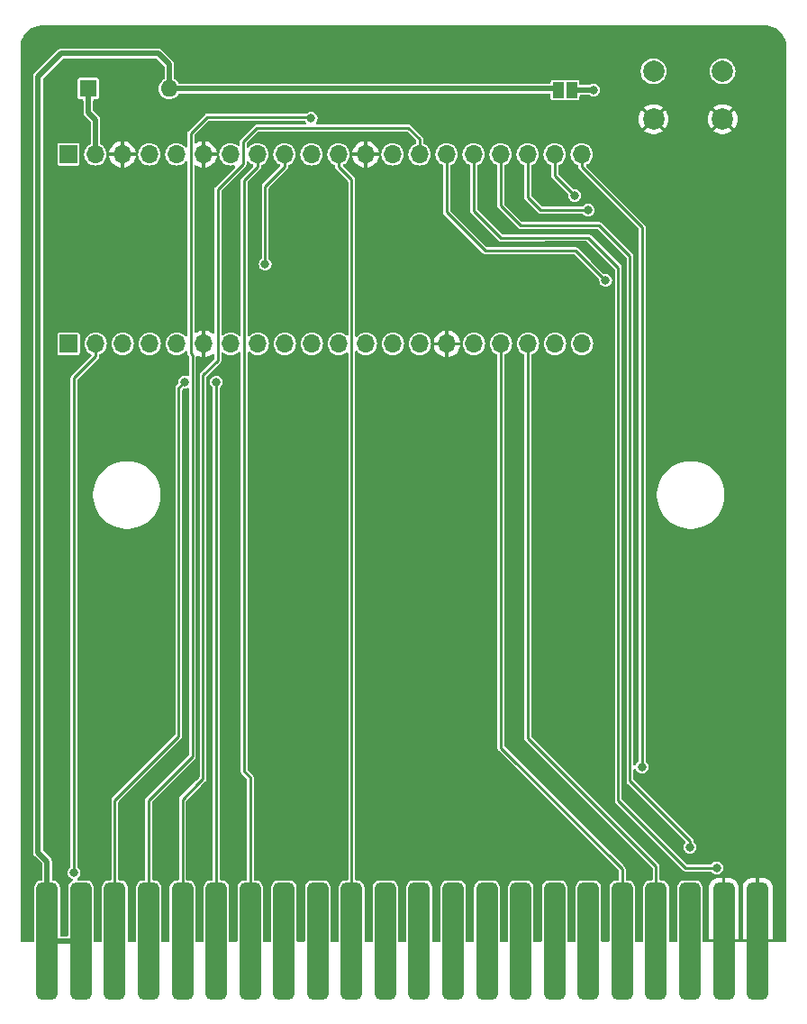
<source format=gtl>
G04 #@! TF.GenerationSoftware,KiCad,Pcbnew,8.0.5*
G04 #@! TF.CreationDate,2024-10-04T03:51:19+02:00*
G04 #@! TF.ProjectId,SD-10005v,53442d31-3030-4303-9576-2e6b69636164,rev?*
G04 #@! TF.SameCoordinates,Original*
G04 #@! TF.FileFunction,Copper,L1,Top*
G04 #@! TF.FilePolarity,Positive*
%FSLAX46Y46*%
G04 Gerber Fmt 4.6, Leading zero omitted, Abs format (unit mm)*
G04 Created by KiCad (PCBNEW 8.0.5) date 2024-10-04 03:51:19*
%MOMM*%
%LPD*%
G01*
G04 APERTURE LIST*
G04 Aperture macros list*
%AMRoundRect*
0 Rectangle with rounded corners*
0 $1 Rounding radius*
0 $2 $3 $4 $5 $6 $7 $8 $9 X,Y pos of 4 corners*
0 Add a 4 corners polygon primitive as box body*
4,1,4,$2,$3,$4,$5,$6,$7,$8,$9,$2,$3,0*
0 Add four circle primitives for the rounded corners*
1,1,$1+$1,$2,$3*
1,1,$1+$1,$4,$5*
1,1,$1+$1,$6,$7*
1,1,$1+$1,$8,$9*
0 Add four rect primitives between the rounded corners*
20,1,$1+$1,$2,$3,$4,$5,0*
20,1,$1+$1,$4,$5,$6,$7,0*
20,1,$1+$1,$6,$7,$8,$9,0*
20,1,$1+$1,$8,$9,$2,$3,0*%
G04 Aperture macros list end*
G04 #@! TA.AperFunction,ComponentPad*
%ADD10R,1.700000X1.700000*%
G04 #@! TD*
G04 #@! TA.AperFunction,ComponentPad*
%ADD11O,1.700000X1.700000*%
G04 #@! TD*
G04 #@! TA.AperFunction,ComponentPad*
%ADD12R,1.600000X1.600000*%
G04 #@! TD*
G04 #@! TA.AperFunction,ComponentPad*
%ADD13O,1.600000X1.600000*%
G04 #@! TD*
G04 #@! TA.AperFunction,ComponentPad*
%ADD14C,2.000000*%
G04 #@! TD*
G04 #@! TA.AperFunction,SMDPad,CuDef*
%ADD15R,1.000000X1.500000*%
G04 #@! TD*
G04 #@! TA.AperFunction,ConnectorPad*
%ADD16RoundRect,0.500000X-0.500000X-5.000000X0.500000X-5.000000X0.500000X5.000000X-0.500000X5.000000X0*%
G04 #@! TD*
G04 #@! TA.AperFunction,ViaPad*
%ADD17C,0.800000*%
G04 #@! TD*
G04 #@! TA.AperFunction,Conductor*
%ADD18C,0.508000*%
G04 #@! TD*
G04 #@! TA.AperFunction,Conductor*
%ADD19C,0.250000*%
G04 #@! TD*
G04 #@! TA.AperFunction,Conductor*
%ADD20C,0.254000*%
G04 #@! TD*
G04 APERTURE END LIST*
D10*
G04 #@! TO.P,J1,1,Pin_1*
G04 #@! TO.N,A0*
X76520000Y-60800000D03*
D11*
G04 #@! TO.P,J1,2,Pin_2*
G04 #@! TO.N,A1*
X79060000Y-60800000D03*
G04 #@! TO.P,J1,3,Pin_3*
G04 #@! TO.N,A2*
X81600000Y-60800000D03*
G04 #@! TO.P,J1,4,Pin_4*
G04 #@! TO.N,A3*
X84140000Y-60800000D03*
G04 #@! TO.P,J1,5,Pin_5*
G04 #@! TO.N,A4*
X86680000Y-60800000D03*
G04 #@! TO.P,J1,6,Pin_6*
G04 #@! TO.N,GND*
X89220000Y-60800000D03*
G04 #@! TO.P,J1,7,Pin_7*
G04 #@! TO.N,A5*
X91760000Y-60800000D03*
G04 #@! TO.P,J1,8,Pin_8*
G04 #@! TO.N,A6*
X94300000Y-60800000D03*
G04 #@! TO.P,J1,9,Pin_9*
G04 #@! TO.N,A7*
X96840000Y-60800000D03*
G04 #@! TO.P,J1,10,Pin_10*
G04 #@! TO.N,A8*
X99380000Y-60800000D03*
G04 #@! TO.P,J1,11,Pin_11*
G04 #@! TO.N,A9*
X101920000Y-60800000D03*
G04 #@! TO.P,J1,12,Pin_12*
G04 #@! TO.N,A10*
X104460000Y-60800000D03*
G04 #@! TO.P,J1,13,Pin_13*
G04 #@! TO.N,A11*
X107000000Y-60800000D03*
G04 #@! TO.P,J1,14,Pin_14*
G04 #@! TO.N,A12*
X109540000Y-60800000D03*
G04 #@! TO.P,J1,15,Pin_15*
G04 #@! TO.N,GND*
X112080000Y-60800000D03*
G04 #@! TO.P,J1,16,Pin_16*
G04 #@! TO.N,A13*
X114620000Y-60800000D03*
G04 #@! TO.P,J1,17,Pin_17*
G04 #@! TO.N,A14*
X117160000Y-60800000D03*
G04 #@! TO.P,J1,18,Pin_18*
G04 #@! TO.N,A15*
X119700000Y-60800000D03*
G04 #@! TO.P,J1,19,Pin_19*
G04 #@! TO.N,D0*
X122240000Y-60800000D03*
G04 #@! TO.P,J1,20,Pin_20*
G04 #@! TO.N,D1*
X124780000Y-60800000D03*
G04 #@! TD*
D12*
G04 #@! TO.P,D1,1,K*
G04 #@! TO.N,Net-(D1-K)*
X78359000Y-36830000D03*
D13*
G04 #@! TO.P,D1,2,A*
G04 #@! TO.N,+5V*
X85979000Y-36830000D03*
G04 #@! TD*
D10*
G04 #@! TO.P,J2,1,Pin_1*
G04 #@! TO.N,unconnected-(J2-Pin_1-Pad1)*
X76500000Y-43000000D03*
D11*
G04 #@! TO.P,J2,2,Pin_2*
G04 #@! TO.N,Net-(D1-K)*
X79040000Y-43000000D03*
G04 #@! TO.P,J2,3,Pin_3*
G04 #@! TO.N,GND*
X81580000Y-43000000D03*
G04 #@! TO.P,J2,4,Pin_4*
G04 #@! TO.N,unconnected-(J2-Pin_4-Pad4)*
X84120000Y-43000000D03*
G04 #@! TO.P,J2,5,Pin_5*
G04 #@! TO.N,unconnected-(J2-Pin_5-Pad5)*
X86660000Y-43000000D03*
G04 #@! TO.P,J2,6,Pin_6*
G04 #@! TO.N,GND*
X89200000Y-43000000D03*
G04 #@! TO.P,J2,7,Pin_7*
G04 #@! TO.N,RST*
X91740000Y-43000000D03*
G04 #@! TO.P,J2,8,Pin_8*
G04 #@! TO.N,~{IOR}*
X94280000Y-43000000D03*
G04 #@! TO.P,J2,9,Pin_9*
G04 #@! TO.N,~{DSRAM}*
X96820000Y-43000000D03*
G04 #@! TO.P,J2,10,Pin_10*
G04 #@! TO.N,~{CEROM2}*
X99360000Y-43000000D03*
G04 #@! TO.P,J2,11,Pin_11*
G04 #@! TO.N,~{MREQ}*
X101900000Y-43000000D03*
G04 #@! TO.P,J2,12,Pin_12*
G04 #@! TO.N,GND*
X104440000Y-43000000D03*
G04 #@! TO.P,J2,13,Pin_13*
G04 #@! TO.N,~{MEMW}*
X106980000Y-43000000D03*
G04 #@! TO.P,J2,14,Pin_14*
G04 #@! TO.N,~{MEMR}*
X109520000Y-43000000D03*
G04 #@! TO.P,J2,15,Pin_15*
G04 #@! TO.N,D7*
X112060000Y-43000000D03*
G04 #@! TO.P,J2,16,Pin_16*
G04 #@! TO.N,D6*
X114600000Y-43000000D03*
G04 #@! TO.P,J2,17,Pin_17*
G04 #@! TO.N,D5*
X117140000Y-43000000D03*
G04 #@! TO.P,J2,18,Pin_18*
G04 #@! TO.N,D4*
X119680000Y-43000000D03*
G04 #@! TO.P,J2,19,Pin_19*
G04 #@! TO.N,D3*
X122220000Y-43000000D03*
G04 #@! TO.P,J2,20,Pin_20*
G04 #@! TO.N,D2*
X124760000Y-43000000D03*
G04 #@! TD*
D14*
G04 #@! TO.P,SW1,1,1*
G04 #@! TO.N,RST*
X131500000Y-35200000D03*
X138000000Y-35200000D03*
G04 #@! TO.P,SW1,2,2*
G04 #@! TO.N,GND*
X131500000Y-39700000D03*
X138000000Y-39700000D03*
G04 #@! TD*
D15*
G04 #@! TO.P,JP1,1,A*
G04 #@! TO.N,~{DSRAM}*
X123840000Y-36957000D03*
G04 #@! TO.P,JP1,2,B*
G04 #@! TO.N,+5V*
X122540000Y-36957000D03*
G04 #@! TD*
D16*
G04 #@! TO.P,CON1,B1,5V*
G04 #@! TO.N,+5V*
X74500000Y-116900000D03*
G04 #@! TO.P,CON1,B2,5V*
X77680000Y-116900000D03*
G04 #@! TO.P,CON1,B3,~{DSRAM}*
G04 #@! TO.N,~{DSRAM}*
X80860000Y-116900000D03*
G04 #@! TO.P,CON1,B4,~{CEROM2}*
G04 #@! TO.N,~{CEROM2}*
X84040000Y-116900000D03*
G04 #@! TO.P,CON1,B5,~{MEMR}*
G04 #@! TO.N,~{MEMR}*
X87220000Y-116900000D03*
G04 #@! TO.P,CON1,B6,~{MEMW}*
G04 #@! TO.N,~{MEMW}*
X90400000Y-116900000D03*
G04 #@! TO.P,CON1,B7,~{IOR}*
G04 #@! TO.N,~{IOR}*
X93580000Y-116900000D03*
G04 #@! TO.P,CON1,B8,~{IOW}*
G04 #@! TO.N,unconnected-(CON1-~{IOW}-PadB8)*
X96760000Y-116900000D03*
G04 #@! TO.P,CON1,B9,N.C.*
G04 #@! TO.N,unconnected-(CON1-N.C.-PadB9)*
X99940000Y-116900000D03*
G04 #@! TO.P,CON1,B10,~{MREQ}*
G04 #@! TO.N,~{MREQ}*
X103120000Y-116900000D03*
G04 #@! TO.P,CON1,B11,CON*
G04 #@! TO.N,unconnected-(CON1-CON-PadB11)*
X106300000Y-116900000D03*
G04 #@! TO.P,CON1,B12,~{RAS1}*
G04 #@! TO.N,unconnected-(CON1-~{RAS1}-PadB12)*
X109480000Y-116900000D03*
G04 #@! TO.P,CON1,B13,~{CAS1}*
G04 #@! TO.N,unconnected-(CON1-~{CAS1}-PadB13)*
X112660000Y-116900000D03*
G04 #@! TO.P,CON1,B14,RAMA7*
G04 #@! TO.N,unconnected-(CON1-RAMA7-PadB14)*
X115840000Y-116900000D03*
G04 #@! TO.P,CON1,B15,~{RAS2}*
G04 #@! TO.N,unconnected-(CON1-~{RAS2}-PadB15)*
X119020000Y-116900000D03*
G04 #@! TO.P,CON1,B16,~{CAS2}*
G04 #@! TO.N,unconnected-(CON1-~{CAS2}-PadB16)*
X122200000Y-116900000D03*
G04 #@! TO.P,CON1,B17,~{MUX}*
G04 #@! TO.N,unconnected-(CON1-~{MUX}-PadB17)*
X125380000Y-116900000D03*
G04 #@! TO.P,CON1,B18,A14*
G04 #@! TO.N,A14*
X128560000Y-116900000D03*
G04 #@! TO.P,CON1,B19,A15*
G04 #@! TO.N,A15*
X131740000Y-116900000D03*
G04 #@! TO.P,CON1,B20,N.C.*
G04 #@! TO.N,unconnected-(CON1-N.C.-PadB20)*
X134920000Y-116900000D03*
G04 #@! TO.P,CON1,B21,GND*
G04 #@! TO.N,GND*
X138100000Y-116900000D03*
G04 #@! TO.P,CON1,B22,GND*
X141280000Y-116900000D03*
G04 #@! TD*
D17*
G04 #@! TO.N,GND*
X124206000Y-45339000D03*
X121158000Y-45339000D03*
X118491000Y-45339000D03*
X115951000Y-45339000D03*
X142875000Y-110109000D03*
X139700000Y-110109000D03*
X133223000Y-110109000D03*
X130048000Y-110109000D03*
X126873000Y-110109000D03*
X123698000Y-110109000D03*
X72898000Y-110109000D03*
X79248000Y-110109000D03*
X120523000Y-110109000D03*
X117348000Y-110109000D03*
X114173000Y-110109000D03*
X111125000Y-110109000D03*
X107823000Y-110109000D03*
X104775000Y-110109000D03*
X101473000Y-110109000D03*
X98298000Y-110109000D03*
X95250000Y-110109000D03*
X91948000Y-110109000D03*
X88773000Y-110109000D03*
X85725000Y-110109000D03*
X82423000Y-110109000D03*
X85344000Y-97409000D03*
X82423000Y-99822000D03*
G04 #@! TO.N,A1*
X77037200Y-110477600D03*
G04 #@! TO.N,D2*
X130407900Y-100533400D03*
G04 #@! TO.N,D3*
X124079000Y-46863000D03*
G04 #@! TO.N,D4*
X125349000Y-48260000D03*
G04 #@! TO.N,D5*
X134920000Y-108077000D03*
G04 #@! TO.N,D6*
X137447200Y-110016600D03*
G04 #@! TO.N,D7*
X127000000Y-54864000D03*
G04 #@! TO.N,~{MEMW}*
X90400000Y-64389000D03*
G04 #@! TO.N,~{CEROM2}*
X99314000Y-39624000D03*
G04 #@! TO.N,GND*
X118364000Y-63500000D03*
X91948000Y-46609000D03*
X104648000Y-63500000D03*
X113284000Y-45339000D03*
X95123000Y-63500000D03*
X107188000Y-63500000D03*
X75692000Y-64516000D03*
X133223000Y-66548000D03*
X125222000Y-63500000D03*
X122047000Y-63500000D03*
X109728000Y-63500000D03*
X96647000Y-38227000D03*
X98298000Y-63500000D03*
X113411000Y-63500000D03*
X101600000Y-63500000D03*
G04 #@! TO.N,~{DSRAM}*
X94996000Y-53340000D03*
X87421000Y-64389000D03*
X125857000Y-36957000D03*
G04 #@! TD*
D18*
G04 #@! TO.N,~{DSRAM}*
X125857000Y-36957000D02*
X123840000Y-36957000D01*
G04 #@! TO.N,Net-(D1-K)*
X79040000Y-39751000D02*
X79040000Y-43000000D01*
X78359000Y-39070000D02*
X79040000Y-39751000D01*
X78359000Y-36830000D02*
X78359000Y-39070000D01*
D19*
G04 #@! TO.N,~{DSRAM}*
X87421000Y-64389000D02*
X86868000Y-64942000D01*
X86868000Y-64942000D02*
X86868000Y-97663000D01*
X86868000Y-97663000D02*
X80860000Y-103671000D01*
X80860000Y-103671000D02*
X80860000Y-116900000D01*
G04 #@! TO.N,D2*
X124760000Y-43000000D02*
X124760000Y-44176700D01*
X124760000Y-44176700D02*
X130429000Y-49845700D01*
X130429000Y-49845700D02*
X130429000Y-100512300D01*
X130429000Y-100512300D02*
X130407900Y-100533400D01*
G04 #@! TO.N,D5*
X134920000Y-108077000D02*
X134920000Y-107488000D01*
X129286000Y-101854000D02*
X129286000Y-52578000D01*
X134920000Y-107488000D02*
X129286000Y-101854000D01*
X129286000Y-52578000D02*
X126395850Y-49687850D01*
X126395850Y-49687850D02*
X122651150Y-49687850D01*
G04 #@! TO.N,D6*
X137447200Y-110016600D02*
X134527600Y-110016600D01*
X134527600Y-110016600D02*
X128189700Y-103678700D01*
X125379850Y-50830850D02*
X121254150Y-50830850D01*
X128189700Y-103678700D02*
X128189700Y-53640700D01*
X128189700Y-53640700D02*
X125379850Y-50830850D01*
G04 #@! TO.N,D7*
X127000000Y-54864000D02*
X124206000Y-52070000D01*
X124206000Y-52070000D02*
X121285000Y-52070000D01*
D20*
X115697000Y-52070000D02*
X112060000Y-48433000D01*
X112060000Y-48433000D02*
X112060000Y-43000000D01*
X121285000Y-52070000D02*
X115697000Y-52070000D01*
D19*
G04 #@! TO.N,D4*
X125349000Y-48260000D02*
X122809000Y-48260000D01*
D20*
X119680000Y-47036000D02*
X120904000Y-48260000D01*
X119680000Y-46482000D02*
X119680000Y-47036000D01*
X120904000Y-48260000D02*
X122809000Y-48260000D01*
D19*
X119680000Y-43000000D02*
X119680000Y-46482000D01*
D20*
G04 #@! TO.N,D5*
X117140000Y-43000000D02*
X117140000Y-47798000D01*
X117140000Y-47798000D02*
X119029850Y-49687850D01*
X119029850Y-49687850D02*
X122651150Y-49687850D01*
G04 #@! TO.N,D6*
X114600000Y-43000000D02*
X114600000Y-48306000D01*
X114600000Y-48306000D02*
X117124850Y-50830850D01*
X117124850Y-50830850D02*
X121254150Y-50830850D01*
G04 #@! TO.N,A14*
X117160000Y-98425000D02*
X117160000Y-98745000D01*
X117160000Y-98745000D02*
X128560000Y-110145000D01*
X128560000Y-110145000D02*
X128560000Y-116900000D01*
D19*
G04 #@! TO.N,~{MEMR}*
X109520000Y-43000000D02*
X109520000Y-41575000D01*
X92916700Y-41830300D02*
X92916700Y-43911600D01*
X109520000Y-41575000D02*
X108458000Y-40513000D01*
X89154000Y-101633900D02*
X88679900Y-102108000D01*
X108458000Y-40513000D02*
X94234000Y-40513000D01*
X94234000Y-40513000D02*
X92916700Y-41830300D01*
X90542400Y-46285900D02*
X90542400Y-62365600D01*
X92916700Y-43911600D02*
X90542400Y-46285900D01*
X90542400Y-62365600D02*
X89154000Y-63754000D01*
X89154000Y-63754000D02*
X89154000Y-101633900D01*
G04 #@! TO.N,~{CEROM2}*
X89535000Y-39497000D02*
X87999700Y-41032300D01*
X99187000Y-39497000D02*
X89535000Y-39497000D01*
X99314000Y-39624000D02*
X99187000Y-39497000D01*
X87999700Y-61673100D02*
X88156500Y-61829900D01*
X88156500Y-61829900D02*
X88156500Y-99549500D01*
X87999700Y-41032300D02*
X87999700Y-61673100D01*
X88156500Y-99549500D02*
X84040000Y-103666000D01*
X84040000Y-103666000D02*
X84040000Y-116900000D01*
D18*
G04 #@! TO.N,+5V*
X85979000Y-36830000D02*
X122413000Y-36830000D01*
X122413000Y-36830000D02*
X122540000Y-36957000D01*
X86110000Y-36900000D02*
X85979000Y-36769000D01*
X73660000Y-108585000D02*
X74500000Y-109425000D01*
X85979000Y-34544000D02*
X84963000Y-33528000D01*
X85979000Y-36769000D02*
X85979000Y-34544000D01*
X73660000Y-35687000D02*
X73660000Y-108585000D01*
X84963000Y-33528000D02*
X75819000Y-33528000D01*
X75819000Y-33528000D02*
X73660000Y-35687000D01*
X74500000Y-109425000D02*
X74500000Y-116900000D01*
D19*
G04 #@! TO.N,~{IOR}*
X93022400Y-45434300D02*
X93022400Y-100965000D01*
D20*
X93022400Y-100965000D02*
X93580000Y-101522600D01*
X93580000Y-101522600D02*
X93580000Y-116900000D01*
D19*
G04 #@! TO.N,A14*
X117160000Y-98425000D02*
X117160000Y-60800000D01*
G04 #@! TO.N,A15*
X119700000Y-97155000D02*
X119700000Y-60800000D01*
D20*
X119700000Y-97155000D02*
X119700000Y-97856000D01*
X119700000Y-97856000D02*
X131740000Y-109896000D01*
X131740000Y-109896000D02*
X131740000Y-116900000D01*
G04 #@! TO.N,~{MEMR}*
X88679900Y-102108000D02*
X87220000Y-103567900D01*
X87220000Y-103567900D02*
X87220000Y-116900000D01*
D18*
G04 #@! TO.N,+5V*
X74500000Y-116900000D02*
X77680000Y-116900000D01*
D19*
G04 #@! TO.N,A1*
X77037200Y-63999500D02*
X77037200Y-110477600D01*
X79060000Y-60800000D02*
X79060000Y-61976700D01*
X79060000Y-61976700D02*
X77037200Y-63999500D01*
G04 #@! TO.N,D3*
X122220000Y-43000000D02*
X122220000Y-45004000D01*
X122220000Y-45004000D02*
X124079000Y-46863000D01*
G04 #@! TO.N,~{MEMW}*
X90400000Y-116900000D02*
X90400000Y-64389000D01*
G04 #@! TO.N,~{IOR}*
X94280000Y-43000000D02*
X94280000Y-44176700D01*
X94280000Y-44176700D02*
X93022400Y-45434300D01*
G04 #@! TO.N,~{MREQ}*
X103120000Y-45396700D02*
X101900000Y-44176700D01*
X103120000Y-116900000D02*
X103120000Y-45396700D01*
X101900000Y-43000000D02*
X101900000Y-44176700D01*
G04 #@! TO.N,~{DSRAM}*
X94996000Y-53340000D02*
X94996000Y-46000700D01*
X94996000Y-46000700D02*
X96820000Y-44176700D01*
X96820000Y-44176700D02*
X96820000Y-43000000D01*
G04 #@! TD*
G04 #@! TA.AperFunction,Conductor*
G04 #@! TO.N,GND*
G36*
X142001135Y-30913419D02*
G01*
X142135104Y-30915800D01*
X142150549Y-30917042D01*
X142416910Y-30955340D01*
X142434193Y-30959100D01*
X142691324Y-31034601D01*
X142707897Y-31040783D01*
X142951669Y-31152111D01*
X142967193Y-31160588D01*
X143192634Y-31305472D01*
X143206797Y-31316074D01*
X143409327Y-31491569D01*
X143421837Y-31504079D01*
X143597329Y-31706608D01*
X143607931Y-31720772D01*
X143752817Y-31946219D01*
X143761290Y-31961734D01*
X143872618Y-32205508D01*
X143878800Y-32222084D01*
X143954300Y-32479214D01*
X143958061Y-32496502D01*
X143996358Y-32762863D01*
X143997600Y-32778298D01*
X143999980Y-32911716D01*
X144000000Y-32913928D01*
X144000000Y-116843000D01*
X143980315Y-116910039D01*
X143927511Y-116955794D01*
X143876000Y-116967000D01*
X142762362Y-116967000D01*
X142731739Y-116958008D01*
X142728319Y-116961681D01*
X142723000Y-116967000D01*
X139837000Y-116967000D01*
X139831681Y-116961681D01*
X139829687Y-116958029D01*
X139806484Y-116966684D01*
X139797638Y-116967000D01*
X139582362Y-116967000D01*
X139551739Y-116958008D01*
X139548319Y-116961681D01*
X139543000Y-116967000D01*
X136657000Y-116967000D01*
X136651681Y-116961681D01*
X136649687Y-116958029D01*
X136626484Y-116966684D01*
X136617638Y-116967000D01*
X136244500Y-116967000D01*
X136177461Y-116947315D01*
X136131706Y-116894511D01*
X136120500Y-116843000D01*
X136120500Y-111843386D01*
X136119921Y-111837012D01*
X136700000Y-111837012D01*
X136700000Y-116750000D01*
X136705319Y-116755319D01*
X136707312Y-116758970D01*
X136730516Y-116750316D01*
X136739362Y-116750000D01*
X137950000Y-116750000D01*
X138250000Y-116750000D01*
X139460638Y-116750000D01*
X139491260Y-116758991D01*
X139494681Y-116755319D01*
X139500000Y-116750000D01*
X139500000Y-111837024D01*
X139499999Y-111837012D01*
X139880000Y-111837012D01*
X139880000Y-116750000D01*
X139885319Y-116755319D01*
X139887312Y-116758970D01*
X139910516Y-116750316D01*
X139919362Y-116750000D01*
X141130000Y-116750000D01*
X141430000Y-116750000D01*
X142640638Y-116750000D01*
X142671260Y-116758991D01*
X142674681Y-116755319D01*
X142680000Y-116750000D01*
X142680000Y-111837024D01*
X142679999Y-111837012D01*
X142673815Y-111758436D01*
X142673815Y-111758435D01*
X142624849Y-111575692D01*
X142538962Y-111407126D01*
X142538961Y-111407124D01*
X142419900Y-111260099D01*
X142272875Y-111141038D01*
X142272873Y-111141037D01*
X142104307Y-111055150D01*
X141921563Y-111006184D01*
X141842987Y-111000000D01*
X141430000Y-111000000D01*
X141430000Y-116750000D01*
X141130000Y-116750000D01*
X141130000Y-111000000D01*
X140717012Y-111000000D01*
X140638436Y-111006184D01*
X140638435Y-111006184D01*
X140455692Y-111055150D01*
X140287126Y-111141037D01*
X140287124Y-111141038D01*
X140140099Y-111260099D01*
X140021038Y-111407124D01*
X140021037Y-111407126D01*
X139935150Y-111575692D01*
X139886184Y-111758435D01*
X139886184Y-111758436D01*
X139880000Y-111837012D01*
X139499999Y-111837012D01*
X139493815Y-111758436D01*
X139493815Y-111758435D01*
X139444849Y-111575692D01*
X139358962Y-111407126D01*
X139358961Y-111407124D01*
X139239900Y-111260099D01*
X139092875Y-111141038D01*
X139092873Y-111141037D01*
X138924307Y-111055150D01*
X138741563Y-111006184D01*
X138662987Y-111000000D01*
X138250000Y-111000000D01*
X138250000Y-116750000D01*
X137950000Y-116750000D01*
X137950000Y-111000000D01*
X137537012Y-111000000D01*
X137458436Y-111006184D01*
X137458435Y-111006184D01*
X137275692Y-111055150D01*
X137107126Y-111141037D01*
X137107124Y-111141038D01*
X136960099Y-111260099D01*
X136841038Y-111407124D01*
X136841037Y-111407126D01*
X136755150Y-111575692D01*
X136706184Y-111758435D01*
X136706184Y-111758436D01*
X136700000Y-111837012D01*
X136119921Y-111837012D01*
X136114086Y-111772807D01*
X136114086Y-111772804D01*
X136063478Y-111610394D01*
X135975472Y-111464815D01*
X135975470Y-111464813D01*
X135975469Y-111464811D01*
X135855188Y-111344530D01*
X135709606Y-111256522D01*
X135617830Y-111227924D01*
X135547196Y-111205914D01*
X135547194Y-111205913D01*
X135547192Y-111205913D01*
X135497778Y-111201423D01*
X135476616Y-111199500D01*
X134363384Y-111199500D01*
X134344145Y-111201248D01*
X134292807Y-111205913D01*
X134130393Y-111256522D01*
X133984811Y-111344530D01*
X133864530Y-111464811D01*
X133776522Y-111610393D01*
X133725913Y-111772807D01*
X133719500Y-111843386D01*
X133719500Y-116843000D01*
X133699815Y-116910039D01*
X133647011Y-116955794D01*
X133595500Y-116967000D01*
X133064500Y-116967000D01*
X132997461Y-116947315D01*
X132951706Y-116894511D01*
X132940500Y-116843000D01*
X132940500Y-111843386D01*
X132934086Y-111772807D01*
X132934086Y-111772804D01*
X132883478Y-111610394D01*
X132795472Y-111464815D01*
X132795470Y-111464813D01*
X132795469Y-111464811D01*
X132675188Y-111344530D01*
X132529606Y-111256522D01*
X132437830Y-111227924D01*
X132367196Y-111205914D01*
X132367194Y-111205913D01*
X132367192Y-111205913D01*
X132317778Y-111201423D01*
X132296616Y-111199500D01*
X132296613Y-111199500D01*
X132191500Y-111199500D01*
X132124461Y-111179815D01*
X132078706Y-111127011D01*
X132067500Y-111075500D01*
X132067500Y-109852885D01*
X132067500Y-109852884D01*
X132045181Y-109769590D01*
X132002065Y-109694910D01*
X131941090Y-109633935D01*
X120063819Y-97756664D01*
X120030334Y-97695341D01*
X120027500Y-97668983D01*
X120027500Y-97111885D01*
X120026561Y-97104754D01*
X120025500Y-97088567D01*
X120025500Y-61890583D01*
X120045185Y-61823544D01*
X120097989Y-61777789D01*
X120102049Y-61776021D01*
X120103945Y-61775234D01*
X120103954Y-61775232D01*
X120286450Y-61677685D01*
X120446410Y-61546410D01*
X120577685Y-61386450D01*
X120675232Y-61203954D01*
X120735300Y-61005934D01*
X120755583Y-60800000D01*
X121184417Y-60800000D01*
X121204699Y-61005932D01*
X121204700Y-61005934D01*
X121264768Y-61203954D01*
X121362315Y-61386450D01*
X121395911Y-61427387D01*
X121493589Y-61546410D01*
X121550565Y-61593168D01*
X121653550Y-61677685D01*
X121836046Y-61775232D01*
X122034066Y-61835300D01*
X122034065Y-61835300D01*
X122052529Y-61837118D01*
X122240000Y-61855583D01*
X122445934Y-61835300D01*
X122643954Y-61775232D01*
X122826450Y-61677685D01*
X122986410Y-61546410D01*
X123117685Y-61386450D01*
X123215232Y-61203954D01*
X123275300Y-61005934D01*
X123295583Y-60800000D01*
X123724417Y-60800000D01*
X123744699Y-61005932D01*
X123744700Y-61005934D01*
X123804768Y-61203954D01*
X123902315Y-61386450D01*
X123935911Y-61427387D01*
X124033589Y-61546410D01*
X124090565Y-61593168D01*
X124193550Y-61677685D01*
X124376046Y-61775232D01*
X124574066Y-61835300D01*
X124574065Y-61835300D01*
X124592529Y-61837118D01*
X124780000Y-61855583D01*
X124985934Y-61835300D01*
X125183954Y-61775232D01*
X125366450Y-61677685D01*
X125526410Y-61546410D01*
X125657685Y-61386450D01*
X125755232Y-61203954D01*
X125815300Y-61005934D01*
X125835583Y-60800000D01*
X125815300Y-60594066D01*
X125755232Y-60396046D01*
X125657685Y-60213550D01*
X125582355Y-60121759D01*
X125526410Y-60053589D01*
X125408677Y-59956969D01*
X125366450Y-59922315D01*
X125183954Y-59824768D01*
X124985934Y-59764700D01*
X124985932Y-59764699D01*
X124985934Y-59764699D01*
X124780000Y-59744417D01*
X124574067Y-59764699D01*
X124376043Y-59824769D01*
X124288114Y-59871769D01*
X124193550Y-59922315D01*
X124193548Y-59922316D01*
X124193547Y-59922317D01*
X124033589Y-60053589D01*
X123902317Y-60213547D01*
X123804769Y-60396043D01*
X123744699Y-60594067D01*
X123724417Y-60800000D01*
X123295583Y-60800000D01*
X123275300Y-60594066D01*
X123215232Y-60396046D01*
X123117685Y-60213550D01*
X123042355Y-60121759D01*
X122986410Y-60053589D01*
X122868677Y-59956969D01*
X122826450Y-59922315D01*
X122643954Y-59824768D01*
X122445934Y-59764700D01*
X122445932Y-59764699D01*
X122445934Y-59764699D01*
X122240000Y-59744417D01*
X122034067Y-59764699D01*
X121836043Y-59824769D01*
X121748114Y-59871769D01*
X121653550Y-59922315D01*
X121653548Y-59922316D01*
X121653547Y-59922317D01*
X121493589Y-60053589D01*
X121362317Y-60213547D01*
X121264769Y-60396043D01*
X121204699Y-60594067D01*
X121184417Y-60800000D01*
X120755583Y-60800000D01*
X120735300Y-60594066D01*
X120675232Y-60396046D01*
X120577685Y-60213550D01*
X120502355Y-60121759D01*
X120446410Y-60053589D01*
X120328677Y-59956969D01*
X120286450Y-59922315D01*
X120103954Y-59824768D01*
X119905934Y-59764700D01*
X119905932Y-59764699D01*
X119905934Y-59764699D01*
X119700000Y-59744417D01*
X119494067Y-59764699D01*
X119296043Y-59824769D01*
X119208114Y-59871769D01*
X119113550Y-59922315D01*
X119113548Y-59922316D01*
X119113547Y-59922317D01*
X118953589Y-60053589D01*
X118822317Y-60213547D01*
X118724769Y-60396043D01*
X118664699Y-60594067D01*
X118644417Y-60800000D01*
X118664699Y-61005932D01*
X118664700Y-61005934D01*
X118724768Y-61203954D01*
X118822315Y-61386450D01*
X118855911Y-61427387D01*
X118953589Y-61546410D01*
X119010565Y-61593168D01*
X119113550Y-61677685D01*
X119296046Y-61775232D01*
X119296051Y-61775233D01*
X119297951Y-61776021D01*
X119298796Y-61776701D01*
X119301419Y-61778104D01*
X119301153Y-61778601D01*
X119352355Y-61819862D01*
X119374421Y-61886156D01*
X119374500Y-61890583D01*
X119374500Y-97088567D01*
X119373439Y-97104754D01*
X119372500Y-97111883D01*
X119372500Y-97111884D01*
X119372500Y-97812884D01*
X119372500Y-97899116D01*
X119394819Y-97982410D01*
X119437934Y-98057088D01*
X119437936Y-98057091D01*
X131376181Y-109995336D01*
X131409666Y-110056659D01*
X131412500Y-110083017D01*
X131412500Y-111075500D01*
X131392815Y-111142539D01*
X131340011Y-111188294D01*
X131288500Y-111199500D01*
X131183384Y-111199500D01*
X131164145Y-111201248D01*
X131112807Y-111205913D01*
X130950393Y-111256522D01*
X130804811Y-111344530D01*
X130684530Y-111464811D01*
X130596522Y-111610393D01*
X130545913Y-111772807D01*
X130539500Y-111843386D01*
X130539500Y-116843000D01*
X130519815Y-116910039D01*
X130467011Y-116955794D01*
X130415500Y-116967000D01*
X129884500Y-116967000D01*
X129817461Y-116947315D01*
X129771706Y-116894511D01*
X129760500Y-116843000D01*
X129760500Y-111843386D01*
X129754086Y-111772807D01*
X129754086Y-111772804D01*
X129703478Y-111610394D01*
X129615472Y-111464815D01*
X129615470Y-111464813D01*
X129615469Y-111464811D01*
X129495188Y-111344530D01*
X129349606Y-111256522D01*
X129257830Y-111227924D01*
X129187196Y-111205914D01*
X129187194Y-111205913D01*
X129187192Y-111205913D01*
X129137778Y-111201423D01*
X129116616Y-111199500D01*
X129116613Y-111199500D01*
X129011500Y-111199500D01*
X128944461Y-111179815D01*
X128898706Y-111127011D01*
X128887500Y-111075500D01*
X128887500Y-110101885D01*
X128887500Y-110101884D01*
X128865181Y-110018590D01*
X128822065Y-109943910D01*
X128761090Y-109882935D01*
X117523819Y-98645664D01*
X117490334Y-98584341D01*
X117487500Y-98557983D01*
X117487500Y-98381885D01*
X117486561Y-98374754D01*
X117485500Y-98358567D01*
X117485500Y-61890583D01*
X117505185Y-61823544D01*
X117557989Y-61777789D01*
X117562049Y-61776021D01*
X117563945Y-61775234D01*
X117563954Y-61775232D01*
X117746450Y-61677685D01*
X117906410Y-61546410D01*
X118037685Y-61386450D01*
X118135232Y-61203954D01*
X118195300Y-61005934D01*
X118215583Y-60800000D01*
X118195300Y-60594066D01*
X118135232Y-60396046D01*
X118037685Y-60213550D01*
X117962355Y-60121759D01*
X117906410Y-60053589D01*
X117788677Y-59956969D01*
X117746450Y-59922315D01*
X117563954Y-59824768D01*
X117365934Y-59764700D01*
X117365932Y-59764699D01*
X117365934Y-59764699D01*
X117160000Y-59744417D01*
X116954067Y-59764699D01*
X116756043Y-59824769D01*
X116668114Y-59871769D01*
X116573550Y-59922315D01*
X116573548Y-59922316D01*
X116573547Y-59922317D01*
X116413589Y-60053589D01*
X116282317Y-60213547D01*
X116184769Y-60396043D01*
X116124699Y-60594067D01*
X116104417Y-60800000D01*
X116124699Y-61005932D01*
X116124700Y-61005934D01*
X116184768Y-61203954D01*
X116282315Y-61386450D01*
X116315911Y-61427387D01*
X116413589Y-61546410D01*
X116470565Y-61593168D01*
X116573550Y-61677685D01*
X116756046Y-61775232D01*
X116756051Y-61775233D01*
X116757951Y-61776021D01*
X116758796Y-61776701D01*
X116761419Y-61778104D01*
X116761153Y-61778601D01*
X116812355Y-61819862D01*
X116834421Y-61886156D01*
X116834500Y-61890583D01*
X116834500Y-98358567D01*
X116833439Y-98374754D01*
X116832500Y-98381883D01*
X116832500Y-98381884D01*
X116832500Y-98701884D01*
X116832500Y-98788116D01*
X116854819Y-98871410D01*
X116897934Y-98946088D01*
X116897936Y-98946091D01*
X128196181Y-110244336D01*
X128229666Y-110305659D01*
X128232500Y-110332017D01*
X128232500Y-111075500D01*
X128212815Y-111142539D01*
X128160011Y-111188294D01*
X128108500Y-111199500D01*
X128003384Y-111199500D01*
X127984145Y-111201248D01*
X127932807Y-111205913D01*
X127770393Y-111256522D01*
X127624811Y-111344530D01*
X127504530Y-111464811D01*
X127416522Y-111610393D01*
X127365913Y-111772807D01*
X127359500Y-111843386D01*
X127359500Y-116843000D01*
X127339815Y-116910039D01*
X127287011Y-116955794D01*
X127235500Y-116967000D01*
X126704500Y-116967000D01*
X126637461Y-116947315D01*
X126591706Y-116894511D01*
X126580500Y-116843000D01*
X126580500Y-111843386D01*
X126574086Y-111772807D01*
X126574086Y-111772804D01*
X126523478Y-111610394D01*
X126435472Y-111464815D01*
X126435470Y-111464813D01*
X126435469Y-111464811D01*
X126315188Y-111344530D01*
X126169606Y-111256522D01*
X126077830Y-111227924D01*
X126007196Y-111205914D01*
X126007194Y-111205913D01*
X126007192Y-111205913D01*
X125957778Y-111201423D01*
X125936616Y-111199500D01*
X124823384Y-111199500D01*
X124804145Y-111201248D01*
X124752807Y-111205913D01*
X124590393Y-111256522D01*
X124444811Y-111344530D01*
X124324530Y-111464811D01*
X124236522Y-111610393D01*
X124185913Y-111772807D01*
X124179500Y-111843386D01*
X124179500Y-116843000D01*
X124159815Y-116910039D01*
X124107011Y-116955794D01*
X124055500Y-116967000D01*
X123524500Y-116967000D01*
X123457461Y-116947315D01*
X123411706Y-116894511D01*
X123400500Y-116843000D01*
X123400500Y-111843386D01*
X123394086Y-111772807D01*
X123394086Y-111772804D01*
X123343478Y-111610394D01*
X123255472Y-111464815D01*
X123255470Y-111464813D01*
X123255469Y-111464811D01*
X123135188Y-111344530D01*
X122989606Y-111256522D01*
X122897830Y-111227924D01*
X122827196Y-111205914D01*
X122827194Y-111205913D01*
X122827192Y-111205913D01*
X122777778Y-111201423D01*
X122756616Y-111199500D01*
X121643384Y-111199500D01*
X121624145Y-111201248D01*
X121572807Y-111205913D01*
X121410393Y-111256522D01*
X121264811Y-111344530D01*
X121144530Y-111464811D01*
X121056522Y-111610393D01*
X121005913Y-111772807D01*
X120999500Y-111843386D01*
X120999500Y-116843000D01*
X120979815Y-116910039D01*
X120927011Y-116955794D01*
X120875500Y-116967000D01*
X120344500Y-116967000D01*
X120277461Y-116947315D01*
X120231706Y-116894511D01*
X120220500Y-116843000D01*
X120220500Y-111843386D01*
X120214086Y-111772807D01*
X120214086Y-111772804D01*
X120163478Y-111610394D01*
X120075472Y-111464815D01*
X120075470Y-111464813D01*
X120075469Y-111464811D01*
X119955188Y-111344530D01*
X119809606Y-111256522D01*
X119717830Y-111227924D01*
X119647196Y-111205914D01*
X119647194Y-111205913D01*
X119647192Y-111205913D01*
X119597778Y-111201423D01*
X119576616Y-111199500D01*
X118463384Y-111199500D01*
X118444145Y-111201248D01*
X118392807Y-111205913D01*
X118230393Y-111256522D01*
X118084811Y-111344530D01*
X117964530Y-111464811D01*
X117876522Y-111610393D01*
X117825913Y-111772807D01*
X117819500Y-111843386D01*
X117819500Y-116843000D01*
X117799815Y-116910039D01*
X117747011Y-116955794D01*
X117695500Y-116967000D01*
X117164500Y-116967000D01*
X117097461Y-116947315D01*
X117051706Y-116894511D01*
X117040500Y-116843000D01*
X117040500Y-111843386D01*
X117034086Y-111772807D01*
X117034086Y-111772804D01*
X116983478Y-111610394D01*
X116895472Y-111464815D01*
X116895470Y-111464813D01*
X116895469Y-111464811D01*
X116775188Y-111344530D01*
X116629606Y-111256522D01*
X116537830Y-111227924D01*
X116467196Y-111205914D01*
X116467194Y-111205913D01*
X116467192Y-111205913D01*
X116417778Y-111201423D01*
X116396616Y-111199500D01*
X115283384Y-111199500D01*
X115264145Y-111201248D01*
X115212807Y-111205913D01*
X115050393Y-111256522D01*
X114904811Y-111344530D01*
X114784530Y-111464811D01*
X114696522Y-111610393D01*
X114645913Y-111772807D01*
X114639500Y-111843386D01*
X114639500Y-116843000D01*
X114619815Y-116910039D01*
X114567011Y-116955794D01*
X114515500Y-116967000D01*
X113984500Y-116967000D01*
X113917461Y-116947315D01*
X113871706Y-116894511D01*
X113860500Y-116843000D01*
X113860500Y-111843386D01*
X113854086Y-111772807D01*
X113854086Y-111772804D01*
X113803478Y-111610394D01*
X113715472Y-111464815D01*
X113715470Y-111464813D01*
X113715469Y-111464811D01*
X113595188Y-111344530D01*
X113449606Y-111256522D01*
X113357830Y-111227924D01*
X113287196Y-111205914D01*
X113287194Y-111205913D01*
X113287192Y-111205913D01*
X113237778Y-111201423D01*
X113216616Y-111199500D01*
X112103384Y-111199500D01*
X112084145Y-111201248D01*
X112032807Y-111205913D01*
X111870393Y-111256522D01*
X111724811Y-111344530D01*
X111604530Y-111464811D01*
X111516522Y-111610393D01*
X111465913Y-111772807D01*
X111459500Y-111843386D01*
X111459500Y-116843000D01*
X111439815Y-116910039D01*
X111387011Y-116955794D01*
X111335500Y-116967000D01*
X110804500Y-116967000D01*
X110737461Y-116947315D01*
X110691706Y-116894511D01*
X110680500Y-116843000D01*
X110680500Y-111843386D01*
X110674086Y-111772807D01*
X110674086Y-111772804D01*
X110623478Y-111610394D01*
X110535472Y-111464815D01*
X110535470Y-111464813D01*
X110535469Y-111464811D01*
X110415188Y-111344530D01*
X110269606Y-111256522D01*
X110177830Y-111227924D01*
X110107196Y-111205914D01*
X110107194Y-111205913D01*
X110107192Y-111205913D01*
X110057778Y-111201423D01*
X110036616Y-111199500D01*
X108923384Y-111199500D01*
X108904145Y-111201248D01*
X108852807Y-111205913D01*
X108690393Y-111256522D01*
X108544811Y-111344530D01*
X108424530Y-111464811D01*
X108336522Y-111610393D01*
X108285913Y-111772807D01*
X108279500Y-111843386D01*
X108279500Y-116843000D01*
X108259815Y-116910039D01*
X108207011Y-116955794D01*
X108155500Y-116967000D01*
X107624500Y-116967000D01*
X107557461Y-116947315D01*
X107511706Y-116894511D01*
X107500500Y-116843000D01*
X107500500Y-111843386D01*
X107494086Y-111772807D01*
X107494086Y-111772804D01*
X107443478Y-111610394D01*
X107355472Y-111464815D01*
X107355470Y-111464813D01*
X107355469Y-111464811D01*
X107235188Y-111344530D01*
X107089606Y-111256522D01*
X106997830Y-111227924D01*
X106927196Y-111205914D01*
X106927194Y-111205913D01*
X106927192Y-111205913D01*
X106877778Y-111201423D01*
X106856616Y-111199500D01*
X105743384Y-111199500D01*
X105724145Y-111201248D01*
X105672807Y-111205913D01*
X105510393Y-111256522D01*
X105364811Y-111344530D01*
X105244530Y-111464811D01*
X105156522Y-111610393D01*
X105105913Y-111772807D01*
X105099500Y-111843386D01*
X105099500Y-116843000D01*
X105079815Y-116910039D01*
X105027011Y-116955794D01*
X104975500Y-116967000D01*
X104444500Y-116967000D01*
X104377461Y-116947315D01*
X104331706Y-116894511D01*
X104320500Y-116843000D01*
X104320500Y-111843386D01*
X104314086Y-111772807D01*
X104314086Y-111772804D01*
X104263478Y-111610394D01*
X104175472Y-111464815D01*
X104175470Y-111464813D01*
X104175469Y-111464811D01*
X104055188Y-111344530D01*
X103909606Y-111256522D01*
X103817830Y-111227924D01*
X103747196Y-111205914D01*
X103747194Y-111205913D01*
X103747192Y-111205913D01*
X103697778Y-111201423D01*
X103676616Y-111199500D01*
X103676613Y-111199500D01*
X103569500Y-111199500D01*
X103502461Y-111179815D01*
X103456706Y-111127011D01*
X103445500Y-111075500D01*
X103445500Y-61566298D01*
X103465185Y-61499259D01*
X103517989Y-61453504D01*
X103587147Y-61443560D01*
X103650703Y-61472585D01*
X103665354Y-61487634D01*
X103713589Y-61546410D01*
X103770565Y-61593168D01*
X103873550Y-61677685D01*
X104056046Y-61775232D01*
X104254066Y-61835300D01*
X104254065Y-61835300D01*
X104272529Y-61837118D01*
X104460000Y-61855583D01*
X104665934Y-61835300D01*
X104863954Y-61775232D01*
X105046450Y-61677685D01*
X105206410Y-61546410D01*
X105337685Y-61386450D01*
X105435232Y-61203954D01*
X105495300Y-61005934D01*
X105515583Y-60800000D01*
X105944417Y-60800000D01*
X105964699Y-61005932D01*
X105964700Y-61005934D01*
X106024768Y-61203954D01*
X106122315Y-61386450D01*
X106155911Y-61427387D01*
X106253589Y-61546410D01*
X106310565Y-61593168D01*
X106413550Y-61677685D01*
X106596046Y-61775232D01*
X106794066Y-61835300D01*
X106794065Y-61835300D01*
X106812529Y-61837118D01*
X107000000Y-61855583D01*
X107205934Y-61835300D01*
X107403954Y-61775232D01*
X107586450Y-61677685D01*
X107746410Y-61546410D01*
X107877685Y-61386450D01*
X107975232Y-61203954D01*
X108035300Y-61005934D01*
X108055583Y-60800000D01*
X108484417Y-60800000D01*
X108504699Y-61005932D01*
X108504700Y-61005934D01*
X108564768Y-61203954D01*
X108662315Y-61386450D01*
X108695911Y-61427387D01*
X108793589Y-61546410D01*
X108850565Y-61593168D01*
X108953550Y-61677685D01*
X109136046Y-61775232D01*
X109334066Y-61835300D01*
X109334065Y-61835300D01*
X109352529Y-61837118D01*
X109540000Y-61855583D01*
X109745934Y-61835300D01*
X109943954Y-61775232D01*
X110126450Y-61677685D01*
X110286410Y-61546410D01*
X110417685Y-61386450D01*
X110515232Y-61203954D01*
X110575300Y-61005934D01*
X110595583Y-60800000D01*
X110580809Y-60649999D01*
X110838347Y-60649999D01*
X110838348Y-60650000D01*
X111602555Y-60650000D01*
X111580000Y-60734174D01*
X111580000Y-60865826D01*
X111602555Y-60950000D01*
X110838348Y-60950000D01*
X110844287Y-61017885D01*
X110844289Y-61017894D01*
X110900894Y-61229150D01*
X110900898Y-61229159D01*
X110993333Y-61427387D01*
X111118787Y-61606554D01*
X111273445Y-61761212D01*
X111452612Y-61886666D01*
X111650840Y-61979101D01*
X111650849Y-61979105D01*
X111862110Y-62035711D01*
X111930000Y-62041650D01*
X111930000Y-61277445D01*
X112014174Y-61300000D01*
X112145826Y-61300000D01*
X112230000Y-61277445D01*
X112230000Y-62041650D01*
X112297887Y-62035711D01*
X112297891Y-62035711D01*
X112509150Y-61979105D01*
X112509159Y-61979101D01*
X112707387Y-61886666D01*
X112886554Y-61761212D01*
X113041212Y-61606554D01*
X113166666Y-61427387D01*
X113259101Y-61229159D01*
X113259105Y-61229150D01*
X113315710Y-61017894D01*
X113315712Y-61017885D01*
X113321652Y-60950000D01*
X112557445Y-60950000D01*
X112580000Y-60865826D01*
X112580000Y-60800000D01*
X113564417Y-60800000D01*
X113584699Y-61005932D01*
X113584700Y-61005934D01*
X113644768Y-61203954D01*
X113742315Y-61386450D01*
X113775911Y-61427387D01*
X113873589Y-61546410D01*
X113930565Y-61593168D01*
X114033550Y-61677685D01*
X114216046Y-61775232D01*
X114414066Y-61835300D01*
X114414065Y-61835300D01*
X114432529Y-61837118D01*
X114620000Y-61855583D01*
X114825934Y-61835300D01*
X115023954Y-61775232D01*
X115206450Y-61677685D01*
X115366410Y-61546410D01*
X115497685Y-61386450D01*
X115595232Y-61203954D01*
X115655300Y-61005934D01*
X115675583Y-60800000D01*
X115655300Y-60594066D01*
X115595232Y-60396046D01*
X115497685Y-60213550D01*
X115422355Y-60121759D01*
X115366410Y-60053589D01*
X115248677Y-59956969D01*
X115206450Y-59922315D01*
X115023954Y-59824768D01*
X114825934Y-59764700D01*
X114825932Y-59764699D01*
X114825934Y-59764699D01*
X114620000Y-59744417D01*
X114414067Y-59764699D01*
X114216043Y-59824769D01*
X114128114Y-59871769D01*
X114033550Y-59922315D01*
X114033548Y-59922316D01*
X114033547Y-59922317D01*
X113873589Y-60053589D01*
X113742317Y-60213547D01*
X113644769Y-60396043D01*
X113584699Y-60594067D01*
X113564417Y-60800000D01*
X112580000Y-60800000D01*
X112580000Y-60734174D01*
X112557445Y-60650000D01*
X113321652Y-60650000D01*
X113321652Y-60649999D01*
X113315712Y-60582114D01*
X113315710Y-60582105D01*
X113259105Y-60370849D01*
X113259101Y-60370840D01*
X113166666Y-60172612D01*
X113166664Y-60172608D01*
X113041216Y-59993450D01*
X113041211Y-59993444D01*
X112886554Y-59838787D01*
X112707387Y-59713333D01*
X112509159Y-59620898D01*
X112509150Y-59620894D01*
X112297894Y-59564289D01*
X112297885Y-59564287D01*
X112230000Y-59558347D01*
X112230000Y-60322554D01*
X112145826Y-60300000D01*
X112014174Y-60300000D01*
X111930000Y-60322554D01*
X111930000Y-59558348D01*
X111929999Y-59558347D01*
X111862114Y-59564287D01*
X111862105Y-59564289D01*
X111650849Y-59620894D01*
X111650840Y-59620898D01*
X111452612Y-59713333D01*
X111452608Y-59713335D01*
X111273450Y-59838783D01*
X111273444Y-59838788D01*
X111118788Y-59993444D01*
X111118783Y-59993450D01*
X110993335Y-60172608D01*
X110993333Y-60172612D01*
X110900898Y-60370840D01*
X110900894Y-60370849D01*
X110844289Y-60582105D01*
X110844287Y-60582114D01*
X110838347Y-60649999D01*
X110580809Y-60649999D01*
X110575300Y-60594066D01*
X110515232Y-60396046D01*
X110417685Y-60213550D01*
X110342355Y-60121759D01*
X110286410Y-60053589D01*
X110168677Y-59956969D01*
X110126450Y-59922315D01*
X109943954Y-59824768D01*
X109745934Y-59764700D01*
X109745932Y-59764699D01*
X109745934Y-59764699D01*
X109540000Y-59744417D01*
X109334067Y-59764699D01*
X109136043Y-59824769D01*
X109048114Y-59871769D01*
X108953550Y-59922315D01*
X108953548Y-59922316D01*
X108953547Y-59922317D01*
X108793589Y-60053589D01*
X108662317Y-60213547D01*
X108564769Y-60396043D01*
X108504699Y-60594067D01*
X108484417Y-60800000D01*
X108055583Y-60800000D01*
X108035300Y-60594066D01*
X107975232Y-60396046D01*
X107877685Y-60213550D01*
X107802355Y-60121759D01*
X107746410Y-60053589D01*
X107628677Y-59956969D01*
X107586450Y-59922315D01*
X107403954Y-59824768D01*
X107205934Y-59764700D01*
X107205932Y-59764699D01*
X107205934Y-59764699D01*
X107000000Y-59744417D01*
X106794067Y-59764699D01*
X106596043Y-59824769D01*
X106508114Y-59871769D01*
X106413550Y-59922315D01*
X106413548Y-59922316D01*
X106413547Y-59922317D01*
X106253589Y-60053589D01*
X106122317Y-60213547D01*
X106024769Y-60396043D01*
X105964699Y-60594067D01*
X105944417Y-60800000D01*
X105515583Y-60800000D01*
X105495300Y-60594066D01*
X105435232Y-60396046D01*
X105337685Y-60213550D01*
X105262355Y-60121759D01*
X105206410Y-60053589D01*
X105088677Y-59956969D01*
X105046450Y-59922315D01*
X104863954Y-59824768D01*
X104665934Y-59764700D01*
X104665932Y-59764699D01*
X104665934Y-59764699D01*
X104460000Y-59744417D01*
X104254067Y-59764699D01*
X104056043Y-59824769D01*
X103968114Y-59871769D01*
X103873550Y-59922315D01*
X103873548Y-59922316D01*
X103873547Y-59922317D01*
X103713589Y-60053590D01*
X103665353Y-60112366D01*
X103607607Y-60151700D01*
X103537763Y-60153571D01*
X103477994Y-60117383D01*
X103447279Y-60054627D01*
X103445500Y-60033701D01*
X103445500Y-45449555D01*
X103445501Y-45449542D01*
X103445501Y-45353849D01*
X103445501Y-45353848D01*
X103423318Y-45271062D01*
X103384520Y-45203862D01*
X103380465Y-45196838D01*
X103380463Y-45196836D01*
X103380462Y-45196834D01*
X103315543Y-45131915D01*
X103315520Y-45131894D01*
X102327623Y-44143996D01*
X102294138Y-44082673D01*
X102299122Y-44012981D01*
X102340994Y-43957048D01*
X102356843Y-43946961D01*
X102486450Y-43877685D01*
X102646410Y-43746410D01*
X102777685Y-43586450D01*
X102875232Y-43403954D01*
X102935300Y-43205934D01*
X102955583Y-43000000D01*
X102940809Y-42849999D01*
X103198347Y-42849999D01*
X103198348Y-42850000D01*
X103962555Y-42850000D01*
X103940000Y-42934174D01*
X103940000Y-43065826D01*
X103962555Y-43150000D01*
X103198348Y-43150000D01*
X103204287Y-43217885D01*
X103204289Y-43217894D01*
X103260894Y-43429150D01*
X103260898Y-43429159D01*
X103353333Y-43627387D01*
X103478787Y-43806554D01*
X103633445Y-43961212D01*
X103812612Y-44086666D01*
X104010840Y-44179101D01*
X104010849Y-44179105D01*
X104222110Y-44235711D01*
X104290000Y-44241650D01*
X104290000Y-43477445D01*
X104374174Y-43500000D01*
X104505826Y-43500000D01*
X104590000Y-43477445D01*
X104590000Y-44241650D01*
X104657887Y-44235711D01*
X104657891Y-44235711D01*
X104869150Y-44179105D01*
X104869159Y-44179101D01*
X105067387Y-44086666D01*
X105246554Y-43961212D01*
X105401212Y-43806554D01*
X105526666Y-43627387D01*
X105619101Y-43429159D01*
X105619105Y-43429150D01*
X105675710Y-43217894D01*
X105675712Y-43217885D01*
X105681652Y-43150000D01*
X104917445Y-43150000D01*
X104940000Y-43065826D01*
X104940000Y-43000000D01*
X105924417Y-43000000D01*
X105944699Y-43205932D01*
X105944700Y-43205934D01*
X106004768Y-43403954D01*
X106102315Y-43586450D01*
X106102317Y-43586452D01*
X106233589Y-43746410D01*
X106306876Y-43806554D01*
X106393550Y-43877685D01*
X106576046Y-43975232D01*
X106774066Y-44035300D01*
X106774065Y-44035300D01*
X106792529Y-44037118D01*
X106980000Y-44055583D01*
X107185934Y-44035300D01*
X107383954Y-43975232D01*
X107566450Y-43877685D01*
X107726410Y-43746410D01*
X107857685Y-43586450D01*
X107955232Y-43403954D01*
X108015300Y-43205934D01*
X108035583Y-43000000D01*
X108015300Y-42794066D01*
X107955232Y-42596046D01*
X107857685Y-42413550D01*
X107786696Y-42327049D01*
X107726410Y-42253589D01*
X107576121Y-42130252D01*
X107566450Y-42122315D01*
X107383954Y-42024768D01*
X107185934Y-41964700D01*
X107185932Y-41964699D01*
X107185934Y-41964699D01*
X106980000Y-41944417D01*
X106774067Y-41964699D01*
X106639736Y-42005448D01*
X106584476Y-42022211D01*
X106576043Y-42024769D01*
X106539128Y-42044501D01*
X106393550Y-42122315D01*
X106393548Y-42122316D01*
X106393547Y-42122317D01*
X106233589Y-42253589D01*
X106102317Y-42413547D01*
X106004769Y-42596043D01*
X105944699Y-42794067D01*
X105924417Y-43000000D01*
X104940000Y-43000000D01*
X104940000Y-42934174D01*
X104917445Y-42850000D01*
X105681652Y-42850000D01*
X105681652Y-42849999D01*
X105675712Y-42782114D01*
X105675710Y-42782105D01*
X105619105Y-42570849D01*
X105619101Y-42570840D01*
X105526666Y-42372612D01*
X105526664Y-42372608D01*
X105401216Y-42193450D01*
X105401211Y-42193444D01*
X105246554Y-42038787D01*
X105067387Y-41913333D01*
X104869159Y-41820898D01*
X104869150Y-41820894D01*
X104657894Y-41764289D01*
X104657885Y-41764287D01*
X104590000Y-41758347D01*
X104590000Y-42522554D01*
X104505826Y-42500000D01*
X104374174Y-42500000D01*
X104290000Y-42522554D01*
X104290000Y-41758348D01*
X104289999Y-41758347D01*
X104222114Y-41764287D01*
X104222105Y-41764289D01*
X104010849Y-41820894D01*
X104010840Y-41820898D01*
X103812612Y-41913333D01*
X103812608Y-41913335D01*
X103633450Y-42038783D01*
X103633444Y-42038788D01*
X103478788Y-42193444D01*
X103478783Y-42193450D01*
X103353335Y-42372608D01*
X103353333Y-42372612D01*
X103260898Y-42570840D01*
X103260894Y-42570849D01*
X103204289Y-42782105D01*
X103204287Y-42782114D01*
X103198347Y-42849999D01*
X102940809Y-42849999D01*
X102935300Y-42794066D01*
X102875232Y-42596046D01*
X102777685Y-42413550D01*
X102706696Y-42327049D01*
X102646410Y-42253589D01*
X102496121Y-42130252D01*
X102486450Y-42122315D01*
X102303954Y-42024768D01*
X102105934Y-41964700D01*
X102105932Y-41964699D01*
X102105934Y-41964699D01*
X101900000Y-41944417D01*
X101694067Y-41964699D01*
X101559736Y-42005448D01*
X101504476Y-42022211D01*
X101496043Y-42024769D01*
X101459128Y-42044501D01*
X101313550Y-42122315D01*
X101313548Y-42122316D01*
X101313547Y-42122317D01*
X101153589Y-42253589D01*
X101022317Y-42413547D01*
X100924769Y-42596043D01*
X100864699Y-42794067D01*
X100844417Y-43000000D01*
X100864699Y-43205932D01*
X100864700Y-43205934D01*
X100924768Y-43403954D01*
X101022315Y-43586450D01*
X101022317Y-43586452D01*
X101153589Y-43746410D01*
X101226876Y-43806554D01*
X101313550Y-43877685D01*
X101496046Y-43975232D01*
X101496051Y-43975233D01*
X101497951Y-43976021D01*
X101498796Y-43976701D01*
X101501419Y-43978104D01*
X101501153Y-43978601D01*
X101552355Y-44019862D01*
X101574421Y-44086156D01*
X101574500Y-44090583D01*
X101574500Y-44133847D01*
X101574500Y-44219553D01*
X101580421Y-44241650D01*
X101596682Y-44302340D01*
X101618108Y-44339450D01*
X101639535Y-44376562D01*
X101639536Y-44376563D01*
X101639537Y-44376564D01*
X102758181Y-45495207D01*
X102791666Y-45556530D01*
X102794500Y-45582888D01*
X102794500Y-59896534D01*
X102774815Y-59963573D01*
X102722011Y-60009328D01*
X102652853Y-60019272D01*
X102591836Y-59992388D01*
X102506453Y-59922317D01*
X102506451Y-59922316D01*
X102506450Y-59922315D01*
X102323954Y-59824768D01*
X102125934Y-59764700D01*
X102125932Y-59764699D01*
X102125934Y-59764699D01*
X101920000Y-59744417D01*
X101714067Y-59764699D01*
X101516043Y-59824769D01*
X101428114Y-59871769D01*
X101333550Y-59922315D01*
X101333548Y-59922316D01*
X101333547Y-59922317D01*
X101173589Y-60053589D01*
X101042317Y-60213547D01*
X100944769Y-60396043D01*
X100884699Y-60594067D01*
X100864417Y-60800000D01*
X100884699Y-61005932D01*
X100884700Y-61005934D01*
X100944768Y-61203954D01*
X101042315Y-61386450D01*
X101075911Y-61427387D01*
X101173589Y-61546410D01*
X101230565Y-61593168D01*
X101333550Y-61677685D01*
X101516046Y-61775232D01*
X101714066Y-61835300D01*
X101714065Y-61835300D01*
X101732529Y-61837118D01*
X101920000Y-61855583D01*
X102125934Y-61835300D01*
X102323954Y-61775232D01*
X102506450Y-61677685D01*
X102591835Y-61607612D01*
X102656145Y-61580299D01*
X102725013Y-61592090D01*
X102776573Y-61639242D01*
X102794500Y-61703465D01*
X102794500Y-111075500D01*
X102774815Y-111142539D01*
X102722011Y-111188294D01*
X102670500Y-111199500D01*
X102563384Y-111199500D01*
X102544145Y-111201248D01*
X102492807Y-111205913D01*
X102330393Y-111256522D01*
X102184811Y-111344530D01*
X102064530Y-111464811D01*
X101976522Y-111610393D01*
X101925913Y-111772807D01*
X101919500Y-111843386D01*
X101919500Y-116843000D01*
X101899815Y-116910039D01*
X101847011Y-116955794D01*
X101795500Y-116967000D01*
X101264500Y-116967000D01*
X101197461Y-116947315D01*
X101151706Y-116894511D01*
X101140500Y-116843000D01*
X101140500Y-111843386D01*
X101134086Y-111772807D01*
X101134086Y-111772804D01*
X101083478Y-111610394D01*
X100995472Y-111464815D01*
X100995470Y-111464813D01*
X100995469Y-111464811D01*
X100875188Y-111344530D01*
X100729606Y-111256522D01*
X100637830Y-111227924D01*
X100567196Y-111205914D01*
X100567194Y-111205913D01*
X100567192Y-111205913D01*
X100517778Y-111201423D01*
X100496616Y-111199500D01*
X99383384Y-111199500D01*
X99364145Y-111201248D01*
X99312807Y-111205913D01*
X99150393Y-111256522D01*
X99004811Y-111344530D01*
X98884530Y-111464811D01*
X98796522Y-111610393D01*
X98745913Y-111772807D01*
X98739500Y-111843386D01*
X98739500Y-116843000D01*
X98719815Y-116910039D01*
X98667011Y-116955794D01*
X98615500Y-116967000D01*
X98084500Y-116967000D01*
X98017461Y-116947315D01*
X97971706Y-116894511D01*
X97960500Y-116843000D01*
X97960500Y-111843386D01*
X97954086Y-111772807D01*
X97954086Y-111772804D01*
X97903478Y-111610394D01*
X97815472Y-111464815D01*
X97815470Y-111464813D01*
X97815469Y-111464811D01*
X97695188Y-111344530D01*
X97549606Y-111256522D01*
X97457830Y-111227924D01*
X97387196Y-111205914D01*
X97387194Y-111205913D01*
X97387192Y-111205913D01*
X97337778Y-111201423D01*
X97316616Y-111199500D01*
X96203384Y-111199500D01*
X96184145Y-111201248D01*
X96132807Y-111205913D01*
X95970393Y-111256522D01*
X95824811Y-111344530D01*
X95704530Y-111464811D01*
X95616522Y-111610393D01*
X95565913Y-111772807D01*
X95559500Y-111843386D01*
X95559500Y-116843000D01*
X95539815Y-116910039D01*
X95487011Y-116955794D01*
X95435500Y-116967000D01*
X94904500Y-116967000D01*
X94837461Y-116947315D01*
X94791706Y-116894511D01*
X94780500Y-116843000D01*
X94780500Y-111843386D01*
X94774086Y-111772807D01*
X94774086Y-111772804D01*
X94723478Y-111610394D01*
X94635472Y-111464815D01*
X94635470Y-111464813D01*
X94635469Y-111464811D01*
X94515188Y-111344530D01*
X94369606Y-111256522D01*
X94277830Y-111227924D01*
X94207196Y-111205914D01*
X94207194Y-111205913D01*
X94207192Y-111205913D01*
X94157778Y-111201423D01*
X94136616Y-111199500D01*
X94136613Y-111199500D01*
X94031500Y-111199500D01*
X93964461Y-111179815D01*
X93918706Y-111127011D01*
X93907500Y-111075500D01*
X93907500Y-101479485D01*
X93885181Y-101396190D01*
X93885181Y-101396188D01*
X93842067Y-101321513D01*
X93842062Y-101321507D01*
X93384219Y-100863664D01*
X93350734Y-100802341D01*
X93347900Y-100775983D01*
X93347900Y-61639781D01*
X93367585Y-61572742D01*
X93420389Y-61526987D01*
X93489547Y-61517043D01*
X93550564Y-61543927D01*
X93581645Y-61569434D01*
X93713550Y-61677685D01*
X93896046Y-61775232D01*
X94094066Y-61835300D01*
X94094065Y-61835300D01*
X94112529Y-61837118D01*
X94300000Y-61855583D01*
X94505934Y-61835300D01*
X94703954Y-61775232D01*
X94886450Y-61677685D01*
X95046410Y-61546410D01*
X95177685Y-61386450D01*
X95275232Y-61203954D01*
X95335300Y-61005934D01*
X95355583Y-60800000D01*
X95784417Y-60800000D01*
X95804699Y-61005932D01*
X95804700Y-61005934D01*
X95864768Y-61203954D01*
X95962315Y-61386450D01*
X95995911Y-61427387D01*
X96093589Y-61546410D01*
X96150565Y-61593168D01*
X96253550Y-61677685D01*
X96436046Y-61775232D01*
X96634066Y-61835300D01*
X96634065Y-61835300D01*
X96652529Y-61837118D01*
X96840000Y-61855583D01*
X97045934Y-61835300D01*
X97243954Y-61775232D01*
X97426450Y-61677685D01*
X97586410Y-61546410D01*
X97717685Y-61386450D01*
X97815232Y-61203954D01*
X97875300Y-61005934D01*
X97895583Y-60800000D01*
X98324417Y-60800000D01*
X98344699Y-61005932D01*
X98344700Y-61005934D01*
X98404768Y-61203954D01*
X98502315Y-61386450D01*
X98535911Y-61427387D01*
X98633589Y-61546410D01*
X98690565Y-61593168D01*
X98793550Y-61677685D01*
X98976046Y-61775232D01*
X99174066Y-61835300D01*
X99174065Y-61835300D01*
X99192529Y-61837118D01*
X99380000Y-61855583D01*
X99585934Y-61835300D01*
X99783954Y-61775232D01*
X99966450Y-61677685D01*
X100126410Y-61546410D01*
X100257685Y-61386450D01*
X100355232Y-61203954D01*
X100415300Y-61005934D01*
X100435583Y-60800000D01*
X100415300Y-60594066D01*
X100355232Y-60396046D01*
X100257685Y-60213550D01*
X100182355Y-60121759D01*
X100126410Y-60053589D01*
X100008677Y-59956969D01*
X99966450Y-59922315D01*
X99783954Y-59824768D01*
X99585934Y-59764700D01*
X99585932Y-59764699D01*
X99585934Y-59764699D01*
X99380000Y-59744417D01*
X99174067Y-59764699D01*
X98976043Y-59824769D01*
X98888114Y-59871769D01*
X98793550Y-59922315D01*
X98793548Y-59922316D01*
X98793547Y-59922317D01*
X98633589Y-60053589D01*
X98502317Y-60213547D01*
X98404769Y-60396043D01*
X98344699Y-60594067D01*
X98324417Y-60800000D01*
X97895583Y-60800000D01*
X97875300Y-60594066D01*
X97815232Y-60396046D01*
X97717685Y-60213550D01*
X97642355Y-60121759D01*
X97586410Y-60053589D01*
X97468677Y-59956969D01*
X97426450Y-59922315D01*
X97243954Y-59824768D01*
X97045934Y-59764700D01*
X97045932Y-59764699D01*
X97045934Y-59764699D01*
X96840000Y-59744417D01*
X96634067Y-59764699D01*
X96436043Y-59824769D01*
X96348114Y-59871769D01*
X96253550Y-59922315D01*
X96253548Y-59922316D01*
X96253547Y-59922317D01*
X96093589Y-60053589D01*
X95962317Y-60213547D01*
X95864769Y-60396043D01*
X95804699Y-60594067D01*
X95784417Y-60800000D01*
X95355583Y-60800000D01*
X95335300Y-60594066D01*
X95275232Y-60396046D01*
X95177685Y-60213550D01*
X95102355Y-60121759D01*
X95046410Y-60053589D01*
X94928677Y-59956969D01*
X94886450Y-59922315D01*
X94703954Y-59824768D01*
X94505934Y-59764700D01*
X94505932Y-59764699D01*
X94505934Y-59764699D01*
X94300000Y-59744417D01*
X94094067Y-59764699D01*
X93896043Y-59824769D01*
X93713546Y-59922317D01*
X93550564Y-60056072D01*
X93486254Y-60083384D01*
X93417387Y-60071593D01*
X93365827Y-60024440D01*
X93347900Y-59960218D01*
X93347900Y-53339998D01*
X94390318Y-53339998D01*
X94390318Y-53340001D01*
X94410955Y-53496760D01*
X94410956Y-53496762D01*
X94471464Y-53642841D01*
X94567718Y-53768282D01*
X94693159Y-53864536D01*
X94839238Y-53925044D01*
X94917619Y-53935363D01*
X94995999Y-53945682D01*
X94996000Y-53945682D01*
X94996001Y-53945682D01*
X95048254Y-53938802D01*
X95152762Y-53925044D01*
X95298841Y-53864536D01*
X95424282Y-53768282D01*
X95520536Y-53642841D01*
X95581044Y-53496762D01*
X95601682Y-53340000D01*
X95581044Y-53183238D01*
X95520536Y-53037159D01*
X95424282Y-52911718D01*
X95424280Y-52911716D01*
X95424279Y-52911715D01*
X95370012Y-52870074D01*
X95328810Y-52813646D01*
X95321500Y-52771699D01*
X95321500Y-46186887D01*
X95341185Y-46119848D01*
X95357814Y-46099211D01*
X97009652Y-44447372D01*
X97009657Y-44447369D01*
X97019860Y-44437165D01*
X97019862Y-44437165D01*
X97080465Y-44376562D01*
X97123318Y-44302338D01*
X97145501Y-44219552D01*
X97145501Y-44133847D01*
X97145501Y-44126252D01*
X97145500Y-44126234D01*
X97145500Y-44090583D01*
X97165185Y-44023544D01*
X97217989Y-43977789D01*
X97222049Y-43976021D01*
X97223945Y-43975234D01*
X97223954Y-43975232D01*
X97406450Y-43877685D01*
X97566410Y-43746410D01*
X97697685Y-43586450D01*
X97795232Y-43403954D01*
X97855300Y-43205934D01*
X97875583Y-43000000D01*
X98304417Y-43000000D01*
X98324699Y-43205932D01*
X98324700Y-43205934D01*
X98384768Y-43403954D01*
X98482315Y-43586450D01*
X98482317Y-43586452D01*
X98613589Y-43746410D01*
X98686876Y-43806554D01*
X98773550Y-43877685D01*
X98956046Y-43975232D01*
X99154066Y-44035300D01*
X99154065Y-44035300D01*
X99172529Y-44037118D01*
X99360000Y-44055583D01*
X99565934Y-44035300D01*
X99763954Y-43975232D01*
X99946450Y-43877685D01*
X100106410Y-43746410D01*
X100237685Y-43586450D01*
X100335232Y-43403954D01*
X100395300Y-43205934D01*
X100415583Y-43000000D01*
X100395300Y-42794066D01*
X100335232Y-42596046D01*
X100237685Y-42413550D01*
X100166696Y-42327049D01*
X100106410Y-42253589D01*
X99956121Y-42130252D01*
X99946450Y-42122315D01*
X99763954Y-42024768D01*
X99565934Y-41964700D01*
X99565932Y-41964699D01*
X99565934Y-41964699D01*
X99360000Y-41944417D01*
X99154067Y-41964699D01*
X99019736Y-42005448D01*
X98964476Y-42022211D01*
X98956043Y-42024769D01*
X98919128Y-42044501D01*
X98773550Y-42122315D01*
X98773548Y-42122316D01*
X98773547Y-42122317D01*
X98613589Y-42253589D01*
X98482317Y-42413547D01*
X98384769Y-42596043D01*
X98324699Y-42794067D01*
X98304417Y-43000000D01*
X97875583Y-43000000D01*
X97855300Y-42794066D01*
X97795232Y-42596046D01*
X97697685Y-42413550D01*
X97626696Y-42327049D01*
X97566410Y-42253589D01*
X97416121Y-42130252D01*
X97406450Y-42122315D01*
X97223954Y-42024768D01*
X97025934Y-41964700D01*
X97025932Y-41964699D01*
X97025934Y-41964699D01*
X96820000Y-41944417D01*
X96614067Y-41964699D01*
X96479736Y-42005448D01*
X96424476Y-42022211D01*
X96416043Y-42024769D01*
X96379128Y-42044501D01*
X96233550Y-42122315D01*
X96233548Y-42122316D01*
X96233547Y-42122317D01*
X96073589Y-42253589D01*
X95942317Y-42413547D01*
X95844769Y-42596043D01*
X95784699Y-42794067D01*
X95764417Y-43000000D01*
X95784699Y-43205932D01*
X95784700Y-43205934D01*
X95844768Y-43403954D01*
X95942315Y-43586450D01*
X95942317Y-43586452D01*
X96073589Y-43746410D01*
X96146876Y-43806554D01*
X96233550Y-43877685D01*
X96363150Y-43946958D01*
X96412993Y-43995919D01*
X96428453Y-44064057D01*
X96404621Y-44129737D01*
X96392376Y-44143996D01*
X94735537Y-45800835D01*
X94735533Y-45800841D01*
X94692681Y-45875061D01*
X94692682Y-45875062D01*
X94670500Y-45957847D01*
X94670500Y-52771699D01*
X94650815Y-52838738D01*
X94621988Y-52870074D01*
X94567720Y-52911715D01*
X94471463Y-53037160D01*
X94410956Y-53183237D01*
X94410955Y-53183239D01*
X94390318Y-53339998D01*
X93347900Y-53339998D01*
X93347900Y-45620489D01*
X93367585Y-45553450D01*
X93384219Y-45532808D01*
X93955880Y-44961147D01*
X94540465Y-44376562D01*
X94583318Y-44302339D01*
X94605500Y-44219553D01*
X94605500Y-44133847D01*
X94605500Y-44090583D01*
X94625185Y-44023544D01*
X94677989Y-43977789D01*
X94682049Y-43976021D01*
X94683945Y-43975234D01*
X94683954Y-43975232D01*
X94866450Y-43877685D01*
X95026410Y-43746410D01*
X95157685Y-43586450D01*
X95255232Y-43403954D01*
X95315300Y-43205934D01*
X95335583Y-43000000D01*
X95315300Y-42794066D01*
X95255232Y-42596046D01*
X95157685Y-42413550D01*
X95086696Y-42327049D01*
X95026410Y-42253589D01*
X94876121Y-42130252D01*
X94866450Y-42122315D01*
X94683954Y-42024768D01*
X94485934Y-41964700D01*
X94485932Y-41964699D01*
X94485934Y-41964699D01*
X94280000Y-41944417D01*
X94074067Y-41964699D01*
X93939736Y-42005448D01*
X93884476Y-42022211D01*
X93876043Y-42024769D01*
X93839128Y-42044501D01*
X93693550Y-42122315D01*
X93693548Y-42122316D01*
X93693547Y-42122317D01*
X93533589Y-42253589D01*
X93462054Y-42340757D01*
X93404308Y-42380092D01*
X93334463Y-42381963D01*
X93274695Y-42345776D01*
X93243979Y-42283020D01*
X93242200Y-42262093D01*
X93242200Y-42016488D01*
X93261885Y-41949449D01*
X93278519Y-41928807D01*
X94332507Y-40874819D01*
X94393830Y-40841334D01*
X94420188Y-40838500D01*
X108271811Y-40838500D01*
X108338850Y-40858185D01*
X108359492Y-40874819D01*
X109158181Y-41673507D01*
X109191666Y-41734830D01*
X109194500Y-41761188D01*
X109194500Y-41909417D01*
X109174815Y-41976456D01*
X109122011Y-42022211D01*
X109117951Y-42023979D01*
X109116045Y-42024768D01*
X109079128Y-42044501D01*
X108933550Y-42122315D01*
X108933548Y-42122316D01*
X108933547Y-42122317D01*
X108773589Y-42253589D01*
X108642317Y-42413547D01*
X108544769Y-42596043D01*
X108484699Y-42794067D01*
X108464417Y-43000000D01*
X108484699Y-43205932D01*
X108484700Y-43205934D01*
X108544768Y-43403954D01*
X108642315Y-43586450D01*
X108642317Y-43586452D01*
X108773589Y-43746410D01*
X108846876Y-43806554D01*
X108933550Y-43877685D01*
X109116046Y-43975232D01*
X109314066Y-44035300D01*
X109314065Y-44035300D01*
X109332529Y-44037118D01*
X109520000Y-44055583D01*
X109725934Y-44035300D01*
X109923954Y-43975232D01*
X110106450Y-43877685D01*
X110266410Y-43746410D01*
X110397685Y-43586450D01*
X110495232Y-43403954D01*
X110555300Y-43205934D01*
X110575583Y-43000000D01*
X111004417Y-43000000D01*
X111024699Y-43205932D01*
X111024700Y-43205934D01*
X111084768Y-43403954D01*
X111182315Y-43586450D01*
X111182317Y-43586452D01*
X111313589Y-43746410D01*
X111386876Y-43806554D01*
X111473550Y-43877685D01*
X111629817Y-43961212D01*
X111661419Y-43978104D01*
X111660859Y-43979150D01*
X111710349Y-44019023D01*
X111732421Y-44085315D01*
X111732500Y-44089754D01*
X111732500Y-48389884D01*
X111732500Y-48476116D01*
X111754819Y-48559410D01*
X111797935Y-48634090D01*
X115434935Y-52271090D01*
X115495910Y-52332065D01*
X115570590Y-52375181D01*
X115653884Y-52397500D01*
X115653886Y-52397500D01*
X121328113Y-52397500D01*
X121328116Y-52397500D01*
X121328118Y-52397499D01*
X121335244Y-52396561D01*
X121351432Y-52395500D01*
X124019811Y-52395500D01*
X124086850Y-52415185D01*
X124107492Y-52431819D01*
X126367988Y-54692314D01*
X126401473Y-54753637D01*
X126403246Y-54796179D01*
X126394318Y-54863997D01*
X126394318Y-54864001D01*
X126414955Y-55020760D01*
X126414956Y-55020762D01*
X126475464Y-55166841D01*
X126571718Y-55292282D01*
X126697159Y-55388536D01*
X126843238Y-55449044D01*
X126921619Y-55459363D01*
X126999999Y-55469682D01*
X127000000Y-55469682D01*
X127000001Y-55469682D01*
X127052254Y-55462802D01*
X127156762Y-55449044D01*
X127302841Y-55388536D01*
X127428282Y-55292282D01*
X127524536Y-55166841D01*
X127585044Y-55020762D01*
X127605682Y-54864000D01*
X127585044Y-54707238D01*
X127524536Y-54561159D01*
X127428282Y-54435718D01*
X127302841Y-54339464D01*
X127156762Y-54278956D01*
X127156760Y-54278955D01*
X127000001Y-54258318D01*
X126999997Y-54258318D01*
X126932179Y-54267246D01*
X126863144Y-54256480D01*
X126828314Y-54231988D01*
X125633486Y-53037160D01*
X124405862Y-51809535D01*
X124368750Y-51788108D01*
X124331640Y-51766682D01*
X124290246Y-51755591D01*
X124248853Y-51744500D01*
X124248852Y-51744500D01*
X121351432Y-51744500D01*
X121335244Y-51743439D01*
X121328118Y-51742500D01*
X121328116Y-51742500D01*
X121328113Y-51742500D01*
X115884017Y-51742500D01*
X115816978Y-51722815D01*
X115796336Y-51706181D01*
X112423819Y-48333664D01*
X112390334Y-48272341D01*
X112387500Y-48245983D01*
X112387500Y-44089754D01*
X112407185Y-44022715D01*
X112458608Y-43978155D01*
X112458581Y-43978104D01*
X112458810Y-43977981D01*
X112459989Y-43976960D01*
X112463936Y-43975241D01*
X112463951Y-43975232D01*
X112463954Y-43975232D01*
X112646450Y-43877685D01*
X112806410Y-43746410D01*
X112937685Y-43586450D01*
X113035232Y-43403954D01*
X113095300Y-43205934D01*
X113115583Y-43000000D01*
X113544417Y-43000000D01*
X113564699Y-43205932D01*
X113564700Y-43205934D01*
X113624768Y-43403954D01*
X113722315Y-43586450D01*
X113722317Y-43586452D01*
X113853589Y-43746410D01*
X113926876Y-43806554D01*
X114013550Y-43877685D01*
X114169817Y-43961212D01*
X114201419Y-43978104D01*
X114200859Y-43979150D01*
X114250349Y-44019023D01*
X114272421Y-44085315D01*
X114272500Y-44089754D01*
X114272500Y-48262884D01*
X114272500Y-48349116D01*
X114294819Y-48432410D01*
X114337935Y-48507090D01*
X116862785Y-51031940D01*
X116923760Y-51092915D01*
X116998440Y-51136031D01*
X117081734Y-51158350D01*
X117081736Y-51158350D01*
X121297263Y-51158350D01*
X121297266Y-51158350D01*
X121297268Y-51158349D01*
X121304394Y-51157411D01*
X121320582Y-51156350D01*
X125193661Y-51156350D01*
X125260700Y-51176035D01*
X125281342Y-51192669D01*
X127827881Y-53739208D01*
X127861366Y-53800531D01*
X127864200Y-53826889D01*
X127864200Y-103721552D01*
X127886382Y-103804340D01*
X127887241Y-103805827D01*
X127929235Y-103878562D01*
X134327738Y-110277065D01*
X134401961Y-110319918D01*
X134484747Y-110342100D01*
X134570453Y-110342100D01*
X136878901Y-110342100D01*
X136945940Y-110361785D01*
X136977276Y-110390613D01*
X137018918Y-110444882D01*
X137144359Y-110541136D01*
X137290438Y-110601644D01*
X137368819Y-110611963D01*
X137447199Y-110622282D01*
X137447200Y-110622282D01*
X137447201Y-110622282D01*
X137499454Y-110615402D01*
X137603962Y-110601644D01*
X137750041Y-110541136D01*
X137875482Y-110444882D01*
X137971736Y-110319441D01*
X138032244Y-110173362D01*
X138052882Y-110016600D01*
X138047581Y-109976338D01*
X138032244Y-109859839D01*
X138032244Y-109859838D01*
X137971736Y-109713759D01*
X137875482Y-109588318D01*
X137750041Y-109492064D01*
X137603962Y-109431556D01*
X137603960Y-109431555D01*
X137447201Y-109410918D01*
X137447199Y-109410918D01*
X137290439Y-109431555D01*
X137290437Y-109431556D01*
X137144360Y-109492063D01*
X137018916Y-109588319D01*
X136977277Y-109642586D01*
X136920849Y-109683789D01*
X136878901Y-109691100D01*
X134713789Y-109691100D01*
X134646750Y-109671415D01*
X134626108Y-109654781D01*
X128551519Y-103580192D01*
X128518034Y-103518869D01*
X128515200Y-103492511D01*
X128515200Y-53597849D01*
X128515200Y-53597847D01*
X128493018Y-53515062D01*
X128493018Y-53515061D01*
X128450165Y-53440838D01*
X125579712Y-50570385D01*
X125542600Y-50548958D01*
X125505490Y-50527532D01*
X125464096Y-50516441D01*
X125422703Y-50505350D01*
X125422702Y-50505350D01*
X121320582Y-50505350D01*
X121304394Y-50504289D01*
X121297268Y-50503350D01*
X121297266Y-50503350D01*
X121297263Y-50503350D01*
X117311867Y-50503350D01*
X117244828Y-50483665D01*
X117224186Y-50467031D01*
X114963819Y-48206664D01*
X114930334Y-48145341D01*
X114927500Y-48118983D01*
X114927500Y-44089754D01*
X114947185Y-44022715D01*
X114998608Y-43978155D01*
X114998581Y-43978104D01*
X114998810Y-43977981D01*
X114999989Y-43976960D01*
X115003936Y-43975241D01*
X115003951Y-43975232D01*
X115003954Y-43975232D01*
X115186450Y-43877685D01*
X115346410Y-43746410D01*
X115477685Y-43586450D01*
X115575232Y-43403954D01*
X115635300Y-43205934D01*
X115655583Y-43000000D01*
X116084417Y-43000000D01*
X116104699Y-43205932D01*
X116104700Y-43205934D01*
X116164768Y-43403954D01*
X116262315Y-43586450D01*
X116262317Y-43586452D01*
X116393589Y-43746410D01*
X116466876Y-43806554D01*
X116553550Y-43877685D01*
X116709817Y-43961212D01*
X116741419Y-43978104D01*
X116740859Y-43979150D01*
X116790349Y-44019023D01*
X116812421Y-44085315D01*
X116812500Y-44089754D01*
X116812500Y-47754884D01*
X116812500Y-47841116D01*
X116834819Y-47924410D01*
X116877935Y-47999090D01*
X118767785Y-49888940D01*
X118828760Y-49949915D01*
X118903440Y-49993031D01*
X118986734Y-50015350D01*
X118986735Y-50015350D01*
X118986736Y-50015350D01*
X122694263Y-50015350D01*
X122694266Y-50015350D01*
X122694268Y-50015349D01*
X122701394Y-50014411D01*
X122717582Y-50013350D01*
X126209661Y-50013350D01*
X126276700Y-50033035D01*
X126297342Y-50049669D01*
X128924181Y-52676508D01*
X128957666Y-52737831D01*
X128960500Y-52764189D01*
X128960500Y-101811147D01*
X128960500Y-101896853D01*
X128962570Y-101904577D01*
X128982682Y-101979640D01*
X129004108Y-102016750D01*
X129025535Y-102053862D01*
X129025537Y-102053864D01*
X134470690Y-107499017D01*
X134504175Y-107560340D01*
X134499191Y-107630032D01*
X134481385Y-107662184D01*
X134395464Y-107774157D01*
X134334956Y-107920237D01*
X134334955Y-107920239D01*
X134314318Y-108076998D01*
X134314318Y-108077001D01*
X134334955Y-108233760D01*
X134334956Y-108233762D01*
X134395464Y-108379841D01*
X134491718Y-108505282D01*
X134617159Y-108601536D01*
X134763238Y-108662044D01*
X134841619Y-108672363D01*
X134919999Y-108682682D01*
X134920000Y-108682682D01*
X134920001Y-108682682D01*
X134972254Y-108675802D01*
X135076762Y-108662044D01*
X135222841Y-108601536D01*
X135348282Y-108505282D01*
X135444536Y-108379841D01*
X135505044Y-108233762D01*
X135525682Y-108077000D01*
X135505044Y-107920238D01*
X135444536Y-107774159D01*
X135348282Y-107648718D01*
X135348280Y-107648716D01*
X135348279Y-107648715D01*
X135294012Y-107607074D01*
X135252810Y-107550646D01*
X135245500Y-107508699D01*
X135245500Y-107445149D01*
X135245500Y-107445147D01*
X135223318Y-107362362D01*
X135223318Y-107362361D01*
X135180465Y-107288138D01*
X129647819Y-101755492D01*
X129614334Y-101694169D01*
X129611500Y-101667811D01*
X129611500Y-100803293D01*
X129631185Y-100736254D01*
X129683989Y-100690499D01*
X129753147Y-100680555D01*
X129816703Y-100709580D01*
X129850060Y-100755839D01*
X129883364Y-100836241D01*
X129979618Y-100961682D01*
X130105059Y-101057936D01*
X130251138Y-101118444D01*
X130329519Y-101128763D01*
X130407899Y-101139082D01*
X130407900Y-101139082D01*
X130407901Y-101139082D01*
X130460154Y-101132202D01*
X130564662Y-101118444D01*
X130710741Y-101057936D01*
X130836182Y-100961682D01*
X130932436Y-100836241D01*
X130992944Y-100690162D01*
X131013582Y-100533400D01*
X130992944Y-100376638D01*
X130932436Y-100230559D01*
X130836182Y-100105118D01*
X130836180Y-100105116D01*
X130836179Y-100105115D01*
X130803013Y-100079666D01*
X130761810Y-100023238D01*
X130754500Y-99981291D01*
X130754500Y-74821831D01*
X131827497Y-74821831D01*
X131827497Y-75178168D01*
X131867391Y-75532238D01*
X131867393Y-75532250D01*
X131946683Y-75879644D01*
X131946684Y-75879646D01*
X132064371Y-76215978D01*
X132218974Y-76537014D01*
X132218976Y-76537017D01*
X132408554Y-76838729D01*
X132630721Y-77117317D01*
X132882683Y-77369279D01*
X133161271Y-77591446D01*
X133462983Y-77781024D01*
X133784023Y-77935629D01*
X134120355Y-78053316D01*
X134467749Y-78132607D01*
X134821832Y-78172502D01*
X134821833Y-78172503D01*
X135178164Y-78172503D01*
X135178167Y-78172503D01*
X135178167Y-78172502D01*
X135532251Y-78132607D01*
X135879645Y-78053316D01*
X136215977Y-77935629D01*
X136537017Y-77781024D01*
X136838729Y-77591446D01*
X137117317Y-77369279D01*
X137369279Y-77117317D01*
X137591446Y-76838729D01*
X137781024Y-76537017D01*
X137935629Y-76215977D01*
X138053316Y-75879645D01*
X138132607Y-75532251D01*
X138132608Y-75532239D01*
X138132609Y-75532236D01*
X138172502Y-75178169D01*
X138172503Y-75178164D01*
X138175000Y-75000000D01*
X138172503Y-74821836D01*
X138132608Y-74467761D01*
X138132608Y-74467758D01*
X138132607Y-74467749D01*
X138053316Y-74120355D01*
X137935629Y-73784023D01*
X137781024Y-73462983D01*
X137591446Y-73161271D01*
X137369279Y-72882683D01*
X137117317Y-72630721D01*
X136838729Y-72408554D01*
X136537017Y-72218976D01*
X136537014Y-72218974D01*
X136215978Y-72064371D01*
X135879646Y-71946684D01*
X135879644Y-71946683D01*
X135611541Y-71885490D01*
X135532251Y-71867393D01*
X135532247Y-71867392D01*
X135532238Y-71867391D01*
X135178168Y-71827497D01*
X135178164Y-71827497D01*
X134821836Y-71827497D01*
X134821831Y-71827497D01*
X134467761Y-71867391D01*
X134467749Y-71867393D01*
X134120355Y-71946683D01*
X134120353Y-71946684D01*
X133784021Y-72064371D01*
X133462985Y-72218974D01*
X133161272Y-72408553D01*
X132882683Y-72630720D01*
X132630720Y-72882683D01*
X132408553Y-73161272D01*
X132218974Y-73462985D01*
X132064371Y-73784021D01*
X131946684Y-74120353D01*
X131946683Y-74120355D01*
X131867393Y-74467749D01*
X131867391Y-74467761D01*
X131827497Y-74821831D01*
X130754500Y-74821831D01*
X130754500Y-49898555D01*
X130754501Y-49898542D01*
X130754501Y-49802848D01*
X130754501Y-49802847D01*
X130732318Y-49720061D01*
X130710891Y-49682950D01*
X130689465Y-49645838D01*
X130628862Y-49585235D01*
X130628861Y-49585234D01*
X130624531Y-49580904D01*
X130624520Y-49580894D01*
X125187623Y-44143996D01*
X125154138Y-44082673D01*
X125159122Y-44012981D01*
X125200994Y-43957048D01*
X125216843Y-43946961D01*
X125346450Y-43877685D01*
X125506410Y-43746410D01*
X125637685Y-43586450D01*
X125735232Y-43403954D01*
X125795300Y-43205934D01*
X125815583Y-43000000D01*
X125795300Y-42794066D01*
X125735232Y-42596046D01*
X125637685Y-42413550D01*
X125566696Y-42327049D01*
X125506410Y-42253589D01*
X125356121Y-42130252D01*
X125346450Y-42122315D01*
X125163954Y-42024768D01*
X124965934Y-41964700D01*
X124965932Y-41964699D01*
X124965934Y-41964699D01*
X124760000Y-41944417D01*
X124554067Y-41964699D01*
X124419736Y-42005448D01*
X124364476Y-42022211D01*
X124356043Y-42024769D01*
X124319128Y-42044501D01*
X124173550Y-42122315D01*
X124173548Y-42122316D01*
X124173547Y-42122317D01*
X124013589Y-42253589D01*
X123882317Y-42413547D01*
X123784769Y-42596043D01*
X123724699Y-42794067D01*
X123704417Y-43000000D01*
X123724699Y-43205932D01*
X123724700Y-43205934D01*
X123784768Y-43403954D01*
X123882315Y-43586450D01*
X123882317Y-43586452D01*
X124013589Y-43746410D01*
X124086876Y-43806554D01*
X124173550Y-43877685D01*
X124356046Y-43975232D01*
X124356051Y-43975233D01*
X124357951Y-43976021D01*
X124358796Y-43976701D01*
X124361419Y-43978104D01*
X124361153Y-43978601D01*
X124412355Y-44019862D01*
X124434421Y-44086156D01*
X124434500Y-44090583D01*
X124434500Y-44133847D01*
X124434500Y-44219553D01*
X124440421Y-44241650D01*
X124456682Y-44302340D01*
X124478108Y-44339450D01*
X124499535Y-44376562D01*
X127288814Y-47165841D01*
X130067181Y-49944207D01*
X130100666Y-50005530D01*
X130103500Y-50031888D01*
X130103500Y-99948910D01*
X130083815Y-100015949D01*
X130054989Y-100047283D01*
X130012788Y-100079666D01*
X129979618Y-100105118D01*
X129883363Y-100230560D01*
X129850061Y-100310959D01*
X129806220Y-100365362D01*
X129739925Y-100387427D01*
X129672226Y-100370148D01*
X129624616Y-100319010D01*
X129611500Y-100263506D01*
X129611500Y-52535149D01*
X129611500Y-52535147D01*
X129589318Y-52452362D01*
X129557644Y-52397500D01*
X129546469Y-52378144D01*
X129546463Y-52378136D01*
X126595714Y-49427387D01*
X126595712Y-49427385D01*
X126558600Y-49405958D01*
X126521490Y-49384532D01*
X126480096Y-49373441D01*
X126438703Y-49362350D01*
X126438702Y-49362350D01*
X122717582Y-49362350D01*
X122701394Y-49361289D01*
X122694268Y-49360350D01*
X122694266Y-49360350D01*
X122694263Y-49360350D01*
X119216867Y-49360350D01*
X119149828Y-49340665D01*
X119129186Y-49324031D01*
X117503819Y-47698664D01*
X117470334Y-47637341D01*
X117467500Y-47610983D01*
X117467500Y-44089754D01*
X117487185Y-44022715D01*
X117538608Y-43978155D01*
X117538581Y-43978104D01*
X117538810Y-43977981D01*
X117539989Y-43976960D01*
X117543936Y-43975241D01*
X117543951Y-43975232D01*
X117543954Y-43975232D01*
X117726450Y-43877685D01*
X117886410Y-43746410D01*
X118017685Y-43586450D01*
X118115232Y-43403954D01*
X118175300Y-43205934D01*
X118195583Y-43000000D01*
X118624417Y-43000000D01*
X118644699Y-43205932D01*
X118644700Y-43205934D01*
X118704768Y-43403954D01*
X118802315Y-43586450D01*
X118802317Y-43586452D01*
X118933589Y-43746410D01*
X119006876Y-43806554D01*
X119093550Y-43877685D01*
X119276046Y-43975232D01*
X119276051Y-43975233D01*
X119277951Y-43976021D01*
X119278796Y-43976701D01*
X119281419Y-43978104D01*
X119281153Y-43978601D01*
X119332355Y-44019862D01*
X119354421Y-44086156D01*
X119354500Y-44090583D01*
X119354500Y-46415567D01*
X119353439Y-46431754D01*
X119352500Y-46438883D01*
X119352500Y-46438884D01*
X119352500Y-46992884D01*
X119352500Y-47079116D01*
X119374819Y-47162410D01*
X119417935Y-47237090D01*
X120641935Y-48461090D01*
X120702910Y-48522065D01*
X120777590Y-48565181D01*
X120860884Y-48587500D01*
X120860886Y-48587500D01*
X122852113Y-48587500D01*
X122852116Y-48587500D01*
X122852118Y-48587499D01*
X122859244Y-48586561D01*
X122875432Y-48585500D01*
X124780701Y-48585500D01*
X124847740Y-48605185D01*
X124879076Y-48634013D01*
X124920718Y-48688282D01*
X125046159Y-48784536D01*
X125192238Y-48845044D01*
X125270619Y-48855363D01*
X125348999Y-48865682D01*
X125349000Y-48865682D01*
X125349001Y-48865682D01*
X125401254Y-48858802D01*
X125505762Y-48845044D01*
X125651841Y-48784536D01*
X125777282Y-48688282D01*
X125873536Y-48562841D01*
X125934044Y-48416762D01*
X125947802Y-48312254D01*
X125954682Y-48260001D01*
X125954682Y-48259998D01*
X125934044Y-48103239D01*
X125934044Y-48103238D01*
X125873536Y-47957159D01*
X125777282Y-47831718D01*
X125651841Y-47735464D01*
X125505762Y-47674956D01*
X125505760Y-47674955D01*
X125349001Y-47654318D01*
X125348999Y-47654318D01*
X125192239Y-47674955D01*
X125192237Y-47674956D01*
X125046160Y-47735463D01*
X124920716Y-47831719D01*
X124879077Y-47885986D01*
X124822649Y-47927189D01*
X124780701Y-47934500D01*
X122875432Y-47934500D01*
X122859244Y-47933439D01*
X122852118Y-47932500D01*
X122852116Y-47932500D01*
X122852113Y-47932500D01*
X121091017Y-47932500D01*
X121023978Y-47912815D01*
X121003336Y-47896181D01*
X120043819Y-46936664D01*
X120010334Y-46875341D01*
X120007500Y-46848983D01*
X120007500Y-46438885D01*
X120006561Y-46431754D01*
X120005500Y-46415567D01*
X120005500Y-44090583D01*
X120025185Y-44023544D01*
X120077989Y-43977789D01*
X120082049Y-43976021D01*
X120083945Y-43975234D01*
X120083954Y-43975232D01*
X120266450Y-43877685D01*
X120426410Y-43746410D01*
X120557685Y-43586450D01*
X120655232Y-43403954D01*
X120715300Y-43205934D01*
X120735583Y-43000000D01*
X121164417Y-43000000D01*
X121184699Y-43205932D01*
X121184700Y-43205934D01*
X121244768Y-43403954D01*
X121342315Y-43586450D01*
X121342317Y-43586452D01*
X121473589Y-43746410D01*
X121546876Y-43806554D01*
X121633550Y-43877685D01*
X121816046Y-43975232D01*
X121816051Y-43975233D01*
X121817951Y-43976021D01*
X121818796Y-43976701D01*
X121821419Y-43978104D01*
X121821153Y-43978601D01*
X121872355Y-44019862D01*
X121894421Y-44086156D01*
X121894500Y-44090583D01*
X121894500Y-45046852D01*
X121916682Y-45129640D01*
X121917996Y-45131915D01*
X121959535Y-45203862D01*
X121959536Y-45203863D01*
X123446988Y-46691315D01*
X123480473Y-46752638D01*
X123482246Y-46795181D01*
X123473318Y-46862998D01*
X123473318Y-46863001D01*
X123493955Y-47019760D01*
X123493956Y-47019762D01*
X123554464Y-47165841D01*
X123650718Y-47291282D01*
X123776159Y-47387536D01*
X123922238Y-47448044D01*
X124000619Y-47458363D01*
X124078999Y-47468682D01*
X124079000Y-47468682D01*
X124079001Y-47468682D01*
X124131254Y-47461802D01*
X124235762Y-47448044D01*
X124381841Y-47387536D01*
X124507282Y-47291282D01*
X124603536Y-47165841D01*
X124664044Y-47019762D01*
X124677802Y-46915254D01*
X124684682Y-46863001D01*
X124684682Y-46862998D01*
X124664044Y-46706239D01*
X124664044Y-46706238D01*
X124603536Y-46560159D01*
X124507282Y-46434718D01*
X124381841Y-46338464D01*
X124235762Y-46277956D01*
X124235760Y-46277955D01*
X124079001Y-46257318D01*
X124078999Y-46257318D01*
X124011181Y-46266246D01*
X123942145Y-46255480D01*
X123907315Y-46230988D01*
X122581819Y-44905492D01*
X122548334Y-44844169D01*
X122545500Y-44817811D01*
X122545500Y-44090583D01*
X122565185Y-44023544D01*
X122617989Y-43977789D01*
X122622049Y-43976021D01*
X122623945Y-43975234D01*
X122623954Y-43975232D01*
X122806450Y-43877685D01*
X122966410Y-43746410D01*
X123097685Y-43586450D01*
X123195232Y-43403954D01*
X123255300Y-43205934D01*
X123275583Y-43000000D01*
X123255300Y-42794066D01*
X123195232Y-42596046D01*
X123097685Y-42413550D01*
X123026696Y-42327049D01*
X122966410Y-42253589D01*
X122816121Y-42130252D01*
X122806450Y-42122315D01*
X122623954Y-42024768D01*
X122425934Y-41964700D01*
X122425932Y-41964699D01*
X122425934Y-41964699D01*
X122220000Y-41944417D01*
X122014067Y-41964699D01*
X121879736Y-42005448D01*
X121824476Y-42022211D01*
X121816043Y-42024769D01*
X121779128Y-42044501D01*
X121633550Y-42122315D01*
X121633548Y-42122316D01*
X121633547Y-42122317D01*
X121473589Y-42253589D01*
X121342317Y-42413547D01*
X121244769Y-42596043D01*
X121184699Y-42794067D01*
X121164417Y-43000000D01*
X120735583Y-43000000D01*
X120715300Y-42794066D01*
X120655232Y-42596046D01*
X120557685Y-42413550D01*
X120486696Y-42327049D01*
X120426410Y-42253589D01*
X120276121Y-42130252D01*
X120266450Y-42122315D01*
X120083954Y-42024768D01*
X119885934Y-41964700D01*
X119885932Y-41964699D01*
X119885934Y-41964699D01*
X119680000Y-41944417D01*
X119474067Y-41964699D01*
X119339736Y-42005448D01*
X119284476Y-42022211D01*
X119276043Y-42024769D01*
X119239128Y-42044501D01*
X119093550Y-42122315D01*
X119093548Y-42122316D01*
X119093547Y-42122317D01*
X118933589Y-42253589D01*
X118802317Y-42413547D01*
X118704769Y-42596043D01*
X118644699Y-42794067D01*
X118624417Y-43000000D01*
X118195583Y-43000000D01*
X118175300Y-42794066D01*
X118115232Y-42596046D01*
X118017685Y-42413550D01*
X117946696Y-42327049D01*
X117886410Y-42253589D01*
X117736121Y-42130252D01*
X117726450Y-42122315D01*
X117543954Y-42024768D01*
X117345934Y-41964700D01*
X117345932Y-41964699D01*
X117345934Y-41964699D01*
X117140000Y-41944417D01*
X116934067Y-41964699D01*
X116799736Y-42005448D01*
X116744476Y-42022211D01*
X116736043Y-42024769D01*
X116699128Y-42044501D01*
X116553550Y-42122315D01*
X116553548Y-42122316D01*
X116553547Y-42122317D01*
X116393589Y-42253589D01*
X116262317Y-42413547D01*
X116164769Y-42596043D01*
X116104699Y-42794067D01*
X116084417Y-43000000D01*
X115655583Y-43000000D01*
X115635300Y-42794066D01*
X115575232Y-42596046D01*
X115477685Y-42413550D01*
X115406696Y-42327049D01*
X115346410Y-42253589D01*
X115196121Y-42130252D01*
X115186450Y-42122315D01*
X115003954Y-42024768D01*
X114805934Y-41964700D01*
X114805932Y-41964699D01*
X114805934Y-41964699D01*
X114600000Y-41944417D01*
X114394067Y-41964699D01*
X114259736Y-42005448D01*
X114204476Y-42022211D01*
X114196043Y-42024769D01*
X114159128Y-42044501D01*
X114013550Y-42122315D01*
X114013548Y-42122316D01*
X114013547Y-42122317D01*
X113853589Y-42253589D01*
X113722317Y-42413547D01*
X113624769Y-42596043D01*
X113564699Y-42794067D01*
X113544417Y-43000000D01*
X113115583Y-43000000D01*
X113095300Y-42794066D01*
X113035232Y-42596046D01*
X112937685Y-42413550D01*
X112866696Y-42327049D01*
X112806410Y-42253589D01*
X112656121Y-42130252D01*
X112646450Y-42122315D01*
X112463954Y-42024768D01*
X112265934Y-41964700D01*
X112265932Y-41964699D01*
X112265934Y-41964699D01*
X112060000Y-41944417D01*
X111854067Y-41964699D01*
X111719736Y-42005448D01*
X111664476Y-42022211D01*
X111656043Y-42024769D01*
X111619128Y-42044501D01*
X111473550Y-42122315D01*
X111473548Y-42122316D01*
X111473547Y-42122317D01*
X111313589Y-42253589D01*
X111182317Y-42413547D01*
X111084769Y-42596043D01*
X111024699Y-42794067D01*
X111004417Y-43000000D01*
X110575583Y-43000000D01*
X110555300Y-42794066D01*
X110495232Y-42596046D01*
X110397685Y-42413550D01*
X110326696Y-42327049D01*
X110266410Y-42253589D01*
X110116121Y-42130252D01*
X110106450Y-42122315D01*
X109923954Y-42024768D01*
X109922049Y-42023979D01*
X109921203Y-42023298D01*
X109918581Y-42021896D01*
X109918846Y-42021398D01*
X109867645Y-41980138D01*
X109845579Y-41913844D01*
X109845500Y-41909417D01*
X109845500Y-41532148D01*
X109845500Y-41532147D01*
X109844116Y-41526982D01*
X109823318Y-41449361D01*
X109801891Y-41412250D01*
X109780465Y-41375138D01*
X109719862Y-41314535D01*
X109719861Y-41314534D01*
X109715531Y-41310204D01*
X109715520Y-41310194D01*
X108657864Y-40252537D01*
X108657863Y-40252536D01*
X108657862Y-40252535D01*
X108620750Y-40231108D01*
X108583640Y-40209682D01*
X108542246Y-40198591D01*
X108500853Y-40187500D01*
X108500852Y-40187500D01*
X99889972Y-40187500D01*
X99822933Y-40167815D01*
X99777178Y-40115011D01*
X99767234Y-40045853D01*
X99791597Y-39988013D01*
X99809820Y-39964264D01*
X99838536Y-39926841D01*
X99899044Y-39780762D01*
X99909677Y-39699994D01*
X130095202Y-39699994D01*
X130095202Y-39700005D01*
X130114361Y-39931218D01*
X130171317Y-40156135D01*
X130264515Y-40368606D01*
X130391418Y-40562846D01*
X130391422Y-40562851D01*
X130407524Y-40580341D01*
X130407525Y-40580341D01*
X131019726Y-39968141D01*
X131059890Y-40037708D01*
X131162292Y-40140110D01*
X131231857Y-40180273D01*
X130621676Y-40790454D01*
X130731649Y-40876050D01*
X130935697Y-40986476D01*
X130935706Y-40986479D01*
X131155139Y-41061811D01*
X131383993Y-41100000D01*
X131616007Y-41100000D01*
X131844860Y-41061811D01*
X132064293Y-40986479D01*
X132064302Y-40986476D01*
X132268353Y-40876048D01*
X132378322Y-40790455D01*
X132378322Y-40790454D01*
X131768141Y-40180273D01*
X131837708Y-40140110D01*
X131940110Y-40037708D01*
X131980273Y-39968141D01*
X132592473Y-40580342D01*
X132592474Y-40580341D01*
X132608584Y-40562843D01*
X132735483Y-40368609D01*
X132828682Y-40156135D01*
X132885638Y-39931218D01*
X132904798Y-39700005D01*
X132904798Y-39699994D01*
X136595202Y-39699994D01*
X136595202Y-39700005D01*
X136614361Y-39931218D01*
X136671317Y-40156135D01*
X136764515Y-40368606D01*
X136891418Y-40562846D01*
X136891422Y-40562851D01*
X136907524Y-40580341D01*
X136907525Y-40580341D01*
X137519726Y-39968141D01*
X137559890Y-40037708D01*
X137662292Y-40140110D01*
X137731857Y-40180273D01*
X137121676Y-40790454D01*
X137231649Y-40876050D01*
X137435697Y-40986476D01*
X137435706Y-40986479D01*
X137655139Y-41061811D01*
X137883993Y-41100000D01*
X138116007Y-41100000D01*
X138344860Y-41061811D01*
X138564293Y-40986479D01*
X138564302Y-40986476D01*
X138768353Y-40876048D01*
X138878322Y-40790455D01*
X138878322Y-40790454D01*
X138268141Y-40180273D01*
X138337708Y-40140110D01*
X138440110Y-40037708D01*
X138480273Y-39968141D01*
X139092473Y-40580342D01*
X139092474Y-40580341D01*
X139108584Y-40562843D01*
X139235483Y-40368609D01*
X139328682Y-40156135D01*
X139385638Y-39931218D01*
X139404798Y-39700005D01*
X139404798Y-39699994D01*
X139385638Y-39468781D01*
X139328682Y-39243864D01*
X139235484Y-39031393D01*
X139108581Y-38837153D01*
X139108577Y-38837148D01*
X139092474Y-38819657D01*
X139092473Y-38819657D01*
X138480273Y-39431857D01*
X138440110Y-39362292D01*
X138337708Y-39259890D01*
X138268141Y-39219726D01*
X138878322Y-38609544D01*
X138878322Y-38609543D01*
X138768349Y-38523948D01*
X138564302Y-38413523D01*
X138564293Y-38413520D01*
X138344860Y-38338188D01*
X138116007Y-38300000D01*
X137883993Y-38300000D01*
X137655139Y-38338188D01*
X137435706Y-38413520D01*
X137435697Y-38413523D01*
X137231646Y-38523951D01*
X137121676Y-38609543D01*
X137121676Y-38609544D01*
X137731858Y-39219726D01*
X137662292Y-39259890D01*
X137559890Y-39362292D01*
X137519726Y-39431858D01*
X136907525Y-38819657D01*
X136907524Y-38819657D01*
X136891414Y-38837157D01*
X136764516Y-39031390D01*
X136671317Y-39243864D01*
X136614361Y-39468781D01*
X136595202Y-39699994D01*
X132904798Y-39699994D01*
X132885638Y-39468781D01*
X132828682Y-39243864D01*
X132735484Y-39031393D01*
X132608581Y-38837153D01*
X132608577Y-38837148D01*
X132592474Y-38819657D01*
X132592473Y-38819657D01*
X131980273Y-39431857D01*
X131940110Y-39362292D01*
X131837708Y-39259890D01*
X131768141Y-39219726D01*
X132378322Y-38609544D01*
X132378322Y-38609543D01*
X132268349Y-38523948D01*
X132064302Y-38413523D01*
X132064293Y-38413520D01*
X131844860Y-38338188D01*
X131616007Y-38300000D01*
X131383993Y-38300000D01*
X131155139Y-38338188D01*
X130935706Y-38413520D01*
X130935697Y-38413523D01*
X130731646Y-38523951D01*
X130621676Y-38609543D01*
X130621676Y-38609544D01*
X131231858Y-39219726D01*
X131162292Y-39259890D01*
X131059890Y-39362292D01*
X131019726Y-39431858D01*
X130407525Y-38819657D01*
X130407524Y-38819657D01*
X130391414Y-38837157D01*
X130264516Y-39031390D01*
X130171317Y-39243864D01*
X130114361Y-39468781D01*
X130095202Y-39699994D01*
X99909677Y-39699994D01*
X99919682Y-39624000D01*
X99899044Y-39467238D01*
X99838536Y-39321159D01*
X99742282Y-39195718D01*
X99616841Y-39099464D01*
X99470762Y-39038956D01*
X99470760Y-39038955D01*
X99314001Y-39018318D01*
X99313999Y-39018318D01*
X99157239Y-39038955D01*
X99157234Y-39038957D01*
X99011163Y-39099461D01*
X99011162Y-39099461D01*
X98985128Y-39119437D01*
X98950672Y-39145876D01*
X98885506Y-39171070D01*
X98875188Y-39171500D01*
X89492147Y-39171500D01*
X89409359Y-39193682D01*
X89335138Y-39236535D01*
X89335135Y-39236537D01*
X87739237Y-40832435D01*
X87739233Y-40832441D01*
X87696381Y-40906661D01*
X87696382Y-40906662D01*
X87674200Y-40989447D01*
X87674200Y-42233336D01*
X87654515Y-42300375D01*
X87601711Y-42346130D01*
X87532553Y-42356074D01*
X87468997Y-42327049D01*
X87454347Y-42312001D01*
X87406410Y-42253590D01*
X87329177Y-42190207D01*
X87246450Y-42122315D01*
X87063954Y-42024768D01*
X86865934Y-41964700D01*
X86865932Y-41964699D01*
X86865934Y-41964699D01*
X86660000Y-41944417D01*
X86454067Y-41964699D01*
X86319736Y-42005448D01*
X86264476Y-42022211D01*
X86256043Y-42024769D01*
X86219128Y-42044501D01*
X86073550Y-42122315D01*
X86073548Y-42122316D01*
X86073547Y-42122317D01*
X85913589Y-42253589D01*
X85782317Y-42413547D01*
X85684769Y-42596043D01*
X85624699Y-42794067D01*
X85604417Y-43000000D01*
X85624699Y-43205932D01*
X85624700Y-43205934D01*
X85684768Y-43403954D01*
X85782315Y-43586450D01*
X85782317Y-43586452D01*
X85913589Y-43746410D01*
X85986876Y-43806554D01*
X86073550Y-43877685D01*
X86256046Y-43975232D01*
X86454066Y-44035300D01*
X86454065Y-44035300D01*
X86472529Y-44037118D01*
X86660000Y-44055583D01*
X86865934Y-44035300D01*
X87063954Y-43975232D01*
X87246450Y-43877685D01*
X87406410Y-43746410D01*
X87454346Y-43687998D01*
X87512091Y-43648664D01*
X87581936Y-43646793D01*
X87641705Y-43682980D01*
X87672421Y-43745735D01*
X87674200Y-43766663D01*
X87674200Y-60008965D01*
X87654515Y-60076004D01*
X87601711Y-60121759D01*
X87532553Y-60131703D01*
X87468997Y-60102678D01*
X87454347Y-60087631D01*
X87426408Y-60053588D01*
X87312635Y-59960218D01*
X87266450Y-59922315D01*
X87083954Y-59824768D01*
X86885934Y-59764700D01*
X86885932Y-59764699D01*
X86885934Y-59764699D01*
X86680000Y-59744417D01*
X86474067Y-59764699D01*
X86276043Y-59824769D01*
X86188114Y-59871769D01*
X86093550Y-59922315D01*
X86093548Y-59922316D01*
X86093547Y-59922317D01*
X85933589Y-60053589D01*
X85802317Y-60213547D01*
X85704769Y-60396043D01*
X85644699Y-60594067D01*
X85624417Y-60800000D01*
X85644699Y-61005932D01*
X85644700Y-61005934D01*
X85704768Y-61203954D01*
X85802315Y-61386450D01*
X85835911Y-61427387D01*
X85933589Y-61546410D01*
X85990565Y-61593168D01*
X86093550Y-61677685D01*
X86276046Y-61775232D01*
X86474066Y-61835300D01*
X86474065Y-61835300D01*
X86492529Y-61837118D01*
X86680000Y-61855583D01*
X86885934Y-61835300D01*
X87083954Y-61775232D01*
X87266450Y-61677685D01*
X87426410Y-61546410D01*
X87454346Y-61512370D01*
X87512092Y-61473035D01*
X87581937Y-61471164D01*
X87641705Y-61507351D01*
X87672421Y-61570107D01*
X87674200Y-61591034D01*
X87674200Y-61715952D01*
X87696382Y-61798740D01*
X87708577Y-61819862D01*
X87739235Y-61872962D01*
X87783619Y-61917346D01*
X87794681Y-61928407D01*
X87828166Y-61989730D01*
X87831000Y-62016089D01*
X87831000Y-63723271D01*
X87811315Y-63790310D01*
X87758511Y-63836065D01*
X87689353Y-63846009D01*
X87659548Y-63837832D01*
X87577765Y-63803957D01*
X87577760Y-63803955D01*
X87421001Y-63783318D01*
X87420999Y-63783318D01*
X87264239Y-63803955D01*
X87264237Y-63803956D01*
X87118160Y-63864463D01*
X86992718Y-63960718D01*
X86896463Y-64086160D01*
X86835956Y-64232237D01*
X86835955Y-64232239D01*
X86815318Y-64388998D01*
X86815318Y-64389001D01*
X86824246Y-64456817D01*
X86813480Y-64525852D01*
X86788989Y-64560683D01*
X86607534Y-64742139D01*
X86607533Y-64742141D01*
X86564681Y-64816361D01*
X86564682Y-64816362D01*
X86542500Y-64899147D01*
X86542500Y-97476811D01*
X86522815Y-97543850D01*
X86506181Y-97564492D01*
X80599537Y-103471135D01*
X80599533Y-103471141D01*
X80556681Y-103545361D01*
X80556682Y-103545362D01*
X80534500Y-103628147D01*
X80534500Y-111075500D01*
X80514815Y-111142539D01*
X80462011Y-111188294D01*
X80410500Y-111199500D01*
X80303384Y-111199500D01*
X80284145Y-111201248D01*
X80232807Y-111205913D01*
X80070393Y-111256522D01*
X79924811Y-111344530D01*
X79804530Y-111464811D01*
X79716522Y-111610393D01*
X79665913Y-111772807D01*
X79659500Y-111843386D01*
X79659500Y-116843000D01*
X79639815Y-116910039D01*
X79587011Y-116955794D01*
X79535500Y-116967000D01*
X79004500Y-116967000D01*
X78937461Y-116947315D01*
X78891706Y-116894511D01*
X78880500Y-116843000D01*
X78880500Y-111843386D01*
X78874086Y-111772807D01*
X78874086Y-111772804D01*
X78823478Y-111610394D01*
X78735472Y-111464815D01*
X78735470Y-111464813D01*
X78735469Y-111464811D01*
X78615188Y-111344530D01*
X78469606Y-111256522D01*
X78377830Y-111227924D01*
X78307196Y-111205914D01*
X78307194Y-111205913D01*
X78307192Y-111205913D01*
X78257778Y-111201423D01*
X78236616Y-111199500D01*
X77448124Y-111199500D01*
X77381085Y-111179815D01*
X77335330Y-111127011D01*
X77325386Y-111057853D01*
X77354411Y-110994297D01*
X77372637Y-110977124D01*
X77465482Y-110905882D01*
X77561736Y-110780441D01*
X77622244Y-110634362D01*
X77642882Y-110477600D01*
X77638574Y-110444881D01*
X77622244Y-110320839D01*
X77622244Y-110320838D01*
X77561736Y-110174759D01*
X77465482Y-110049318D01*
X77465480Y-110049316D01*
X77465479Y-110049315D01*
X77411212Y-110007674D01*
X77370010Y-109951246D01*
X77362700Y-109909299D01*
X77362700Y-74821831D01*
X78827497Y-74821831D01*
X78827497Y-75178168D01*
X78867391Y-75532238D01*
X78867393Y-75532250D01*
X78946683Y-75879644D01*
X78946684Y-75879646D01*
X79064371Y-76215978D01*
X79218974Y-76537014D01*
X79218976Y-76537017D01*
X79408554Y-76838729D01*
X79630721Y-77117317D01*
X79882683Y-77369279D01*
X80161271Y-77591446D01*
X80462983Y-77781024D01*
X80784023Y-77935629D01*
X81120355Y-78053316D01*
X81467749Y-78132607D01*
X81821832Y-78172502D01*
X81821833Y-78172503D01*
X82178164Y-78172503D01*
X82178167Y-78172503D01*
X82178167Y-78172502D01*
X82532251Y-78132607D01*
X82879645Y-78053316D01*
X83215977Y-77935629D01*
X83537017Y-77781024D01*
X83838729Y-77591446D01*
X84117317Y-77369279D01*
X84369279Y-77117317D01*
X84591446Y-76838729D01*
X84781024Y-76537017D01*
X84935629Y-76215977D01*
X85053316Y-75879645D01*
X85132607Y-75532251D01*
X85132608Y-75532239D01*
X85132609Y-75532236D01*
X85172502Y-75178169D01*
X85172503Y-75178164D01*
X85175000Y-75000000D01*
X85172503Y-74821836D01*
X85132608Y-74467761D01*
X85132608Y-74467758D01*
X85132607Y-74467749D01*
X85053316Y-74120355D01*
X84935629Y-73784023D01*
X84781024Y-73462983D01*
X84591446Y-73161271D01*
X84369279Y-72882683D01*
X84117317Y-72630721D01*
X83838729Y-72408554D01*
X83537017Y-72218976D01*
X83537014Y-72218974D01*
X83215978Y-72064371D01*
X82879646Y-71946684D01*
X82879644Y-71946683D01*
X82611541Y-71885490D01*
X82532251Y-71867393D01*
X82532247Y-71867392D01*
X82532238Y-71867391D01*
X82178168Y-71827497D01*
X82178164Y-71827497D01*
X81821836Y-71827497D01*
X81821831Y-71827497D01*
X81467761Y-71867391D01*
X81467749Y-71867393D01*
X81120355Y-71946683D01*
X81120353Y-71946684D01*
X80784021Y-72064371D01*
X80462985Y-72218974D01*
X80161272Y-72408553D01*
X79882683Y-72630720D01*
X79630720Y-72882683D01*
X79408553Y-73161272D01*
X79218974Y-73462985D01*
X79064371Y-73784021D01*
X78946684Y-74120353D01*
X78946683Y-74120355D01*
X78867393Y-74467749D01*
X78867391Y-74467761D01*
X78827497Y-74821831D01*
X77362700Y-74821831D01*
X77362700Y-64185689D01*
X77382385Y-64118650D01*
X77399019Y-64098008D01*
X77942892Y-63554135D01*
X79320465Y-62176562D01*
X79363318Y-62102339D01*
X79385500Y-62019553D01*
X79385500Y-61933847D01*
X79385500Y-61890583D01*
X79405185Y-61823544D01*
X79457989Y-61777789D01*
X79462049Y-61776021D01*
X79463945Y-61775234D01*
X79463954Y-61775232D01*
X79646450Y-61677685D01*
X79806410Y-61546410D01*
X79937685Y-61386450D01*
X80035232Y-61203954D01*
X80095300Y-61005934D01*
X80115583Y-60800000D01*
X80544417Y-60800000D01*
X80564699Y-61005932D01*
X80564700Y-61005934D01*
X80624768Y-61203954D01*
X80722315Y-61386450D01*
X80755911Y-61427387D01*
X80853589Y-61546410D01*
X80910565Y-61593168D01*
X81013550Y-61677685D01*
X81196046Y-61775232D01*
X81394066Y-61835300D01*
X81394065Y-61835300D01*
X81412529Y-61837118D01*
X81600000Y-61855583D01*
X81805934Y-61835300D01*
X82003954Y-61775232D01*
X82186450Y-61677685D01*
X82346410Y-61546410D01*
X82477685Y-61386450D01*
X82575232Y-61203954D01*
X82635300Y-61005934D01*
X82655583Y-60800000D01*
X83084417Y-60800000D01*
X83104699Y-61005932D01*
X83104700Y-61005934D01*
X83164768Y-61203954D01*
X83262315Y-61386450D01*
X83295911Y-61427387D01*
X83393589Y-61546410D01*
X83450565Y-61593168D01*
X83553550Y-61677685D01*
X83736046Y-61775232D01*
X83934066Y-61835300D01*
X83934065Y-61835300D01*
X83952529Y-61837118D01*
X84140000Y-61855583D01*
X84345934Y-61835300D01*
X84543954Y-61775232D01*
X84726450Y-61677685D01*
X84886410Y-61546410D01*
X85017685Y-61386450D01*
X85115232Y-61203954D01*
X85175300Y-61005934D01*
X85195583Y-60800000D01*
X85175300Y-60594066D01*
X85115232Y-60396046D01*
X85017685Y-60213550D01*
X84942355Y-60121759D01*
X84886410Y-60053589D01*
X84768677Y-59956969D01*
X84726450Y-59922315D01*
X84543954Y-59824768D01*
X84345934Y-59764700D01*
X84345932Y-59764699D01*
X84345934Y-59764699D01*
X84140000Y-59744417D01*
X83934067Y-59764699D01*
X83736043Y-59824769D01*
X83648114Y-59871769D01*
X83553550Y-59922315D01*
X83553548Y-59922316D01*
X83553547Y-59922317D01*
X83393589Y-60053589D01*
X83262317Y-60213547D01*
X83164769Y-60396043D01*
X83104699Y-60594067D01*
X83084417Y-60800000D01*
X82655583Y-60800000D01*
X82635300Y-60594066D01*
X82575232Y-60396046D01*
X82477685Y-60213550D01*
X82402355Y-60121759D01*
X82346410Y-60053589D01*
X82228677Y-59956969D01*
X82186450Y-59922315D01*
X82003954Y-59824768D01*
X81805934Y-59764700D01*
X81805932Y-59764699D01*
X81805934Y-59764699D01*
X81600000Y-59744417D01*
X81394067Y-59764699D01*
X81196043Y-59824769D01*
X81108114Y-59871769D01*
X81013550Y-59922315D01*
X81013548Y-59922316D01*
X81013547Y-59922317D01*
X80853589Y-60053589D01*
X80722317Y-60213547D01*
X80624769Y-60396043D01*
X80564699Y-60594067D01*
X80544417Y-60800000D01*
X80115583Y-60800000D01*
X80095300Y-60594066D01*
X80035232Y-60396046D01*
X79937685Y-60213550D01*
X79862355Y-60121759D01*
X79806410Y-60053589D01*
X79688677Y-59956969D01*
X79646450Y-59922315D01*
X79463954Y-59824768D01*
X79265934Y-59764700D01*
X79265932Y-59764699D01*
X79265934Y-59764699D01*
X79060000Y-59744417D01*
X78854067Y-59764699D01*
X78656043Y-59824769D01*
X78568114Y-59871769D01*
X78473550Y-59922315D01*
X78473548Y-59922316D01*
X78473547Y-59922317D01*
X78313589Y-60053589D01*
X78182317Y-60213547D01*
X78084769Y-60396043D01*
X78024699Y-60594067D01*
X78004417Y-60800000D01*
X78024699Y-61005932D01*
X78024700Y-61005934D01*
X78084768Y-61203954D01*
X78182315Y-61386450D01*
X78215911Y-61427387D01*
X78313589Y-61546410D01*
X78370565Y-61593168D01*
X78473550Y-61677685D01*
X78603150Y-61746958D01*
X78652993Y-61795919D01*
X78668453Y-61864057D01*
X78644621Y-61929737D01*
X78632376Y-61943996D01*
X76776737Y-63799635D01*
X76776733Y-63799641D01*
X76733882Y-63873859D01*
X76732446Y-63879219D01*
X76716110Y-63940189D01*
X76711700Y-63956647D01*
X76711700Y-109909299D01*
X76692015Y-109976338D01*
X76663188Y-110007674D01*
X76608920Y-110049315D01*
X76512663Y-110174760D01*
X76452156Y-110320837D01*
X76452155Y-110320839D01*
X76431518Y-110477598D01*
X76431518Y-110477601D01*
X76452155Y-110634360D01*
X76452156Y-110634362D01*
X76512664Y-110780441D01*
X76608918Y-110905882D01*
X76734359Y-111002136D01*
X76850132Y-111050090D01*
X76904534Y-111093931D01*
X76926599Y-111160225D01*
X76909320Y-111227924D01*
X76866829Y-111270767D01*
X76744814Y-111344528D01*
X76744810Y-111344531D01*
X76624530Y-111464811D01*
X76536522Y-111610393D01*
X76485913Y-111772807D01*
X76479500Y-111843386D01*
X76479500Y-116321500D01*
X76459815Y-116388539D01*
X76407011Y-116434294D01*
X76355500Y-116445500D01*
X75824500Y-116445500D01*
X75757461Y-116425815D01*
X75711706Y-116373011D01*
X75700500Y-116321500D01*
X75700500Y-111843386D01*
X75694086Y-111772807D01*
X75694086Y-111772804D01*
X75643478Y-111610394D01*
X75555472Y-111464815D01*
X75555470Y-111464813D01*
X75555469Y-111464811D01*
X75435188Y-111344530D01*
X75289606Y-111256522D01*
X75127196Y-111205914D01*
X75067276Y-111200468D01*
X75002295Y-111174798D01*
X74961507Y-111118070D01*
X74954500Y-111076978D01*
X74954500Y-109365166D01*
X74954500Y-109365164D01*
X74923527Y-109249569D01*
X74863691Y-109145930D01*
X74779070Y-109061309D01*
X74779069Y-109061308D01*
X74774739Y-109056978D01*
X74774728Y-109056968D01*
X74150819Y-108433059D01*
X74117334Y-108371736D01*
X74114500Y-108345378D01*
X74114500Y-59930247D01*
X75469500Y-59930247D01*
X75469500Y-61669752D01*
X75481131Y-61728229D01*
X75481132Y-61728230D01*
X75525447Y-61794552D01*
X75591769Y-61838867D01*
X75591770Y-61838868D01*
X75650247Y-61850499D01*
X75650250Y-61850500D01*
X75650252Y-61850500D01*
X77389750Y-61850500D01*
X77389751Y-61850499D01*
X77404568Y-61847552D01*
X77448229Y-61838868D01*
X77448229Y-61838867D01*
X77448231Y-61838867D01*
X77514552Y-61794552D01*
X77558867Y-61728231D01*
X77558867Y-61728229D01*
X77558868Y-61728229D01*
X77570499Y-61669752D01*
X77570500Y-61669750D01*
X77570500Y-59930249D01*
X77570499Y-59930247D01*
X77558868Y-59871770D01*
X77558867Y-59871769D01*
X77514552Y-59805447D01*
X77448230Y-59761132D01*
X77448229Y-59761131D01*
X77389752Y-59749500D01*
X77389748Y-59749500D01*
X75650252Y-59749500D01*
X75650247Y-59749500D01*
X75591770Y-59761131D01*
X75591769Y-59761132D01*
X75525447Y-59805447D01*
X75481132Y-59871769D01*
X75481131Y-59871770D01*
X75469500Y-59930247D01*
X74114500Y-59930247D01*
X74114500Y-42130247D01*
X75449500Y-42130247D01*
X75449500Y-43869752D01*
X75461131Y-43928229D01*
X75461132Y-43928230D01*
X75505447Y-43994552D01*
X75571769Y-44038867D01*
X75571770Y-44038868D01*
X75630247Y-44050499D01*
X75630250Y-44050500D01*
X75630252Y-44050500D01*
X77369750Y-44050500D01*
X77369751Y-44050499D01*
X77384568Y-44047552D01*
X77428229Y-44038868D01*
X77428229Y-44038867D01*
X77428231Y-44038867D01*
X77494552Y-43994552D01*
X77538867Y-43928231D01*
X77538867Y-43928229D01*
X77538868Y-43928229D01*
X77550499Y-43869752D01*
X77550500Y-43869750D01*
X77550500Y-42130249D01*
X77550499Y-42130247D01*
X77538868Y-42071770D01*
X77538867Y-42071769D01*
X77494552Y-42005447D01*
X77428230Y-41961132D01*
X77428229Y-41961131D01*
X77369752Y-41949500D01*
X77369748Y-41949500D01*
X75630252Y-41949500D01*
X75630247Y-41949500D01*
X75571770Y-41961131D01*
X75571769Y-41961132D01*
X75505447Y-42005447D01*
X75461132Y-42071769D01*
X75461131Y-42071770D01*
X75449500Y-42130247D01*
X74114500Y-42130247D01*
X74114500Y-36010247D01*
X77358500Y-36010247D01*
X77358500Y-37649752D01*
X77370131Y-37708229D01*
X77370132Y-37708230D01*
X77414447Y-37774552D01*
X77480769Y-37818867D01*
X77480770Y-37818868D01*
X77539247Y-37830499D01*
X77539250Y-37830500D01*
X77539252Y-37830500D01*
X77780500Y-37830500D01*
X77847539Y-37850185D01*
X77893294Y-37902989D01*
X77904500Y-37954500D01*
X77904500Y-39002551D01*
X77904499Y-39002569D01*
X77904499Y-39129835D01*
X77925977Y-39209995D01*
X77935471Y-39245427D01*
X77935474Y-39245434D01*
X77995306Y-39349066D01*
X77995311Y-39349072D01*
X78086995Y-39440756D01*
X78087001Y-39440761D01*
X78549181Y-39902941D01*
X78582666Y-39964264D01*
X78585500Y-39990622D01*
X78585500Y-41977462D01*
X78565815Y-42044501D01*
X78519955Y-42086819D01*
X78453549Y-42122315D01*
X78293589Y-42253589D01*
X78162317Y-42413547D01*
X78064769Y-42596043D01*
X78004699Y-42794067D01*
X77984417Y-43000000D01*
X78004699Y-43205932D01*
X78004700Y-43205934D01*
X78064768Y-43403954D01*
X78162315Y-43586450D01*
X78162317Y-43586452D01*
X78293589Y-43746410D01*
X78366876Y-43806554D01*
X78453550Y-43877685D01*
X78636046Y-43975232D01*
X78834066Y-44035300D01*
X78834065Y-44035300D01*
X78852529Y-44037118D01*
X79040000Y-44055583D01*
X79245934Y-44035300D01*
X79443954Y-43975232D01*
X79626450Y-43877685D01*
X79786410Y-43746410D01*
X79917685Y-43586450D01*
X80015232Y-43403954D01*
X80075300Y-43205934D01*
X80095583Y-43000000D01*
X80080809Y-42849999D01*
X80338347Y-42849999D01*
X80338348Y-42850000D01*
X81102555Y-42850000D01*
X81080000Y-42934174D01*
X81080000Y-43065826D01*
X81102555Y-43150000D01*
X80338348Y-43150000D01*
X80344287Y-43217885D01*
X80344289Y-43217894D01*
X80400894Y-43429150D01*
X80400898Y-43429159D01*
X80493333Y-43627387D01*
X80618787Y-43806554D01*
X80773445Y-43961212D01*
X80952612Y-44086666D01*
X81150840Y-44179101D01*
X81150849Y-44179105D01*
X81362110Y-44235711D01*
X81430000Y-44241650D01*
X81430000Y-43477445D01*
X81514174Y-43500000D01*
X81645826Y-43500000D01*
X81730000Y-43477445D01*
X81730000Y-44241650D01*
X81797887Y-44235711D01*
X81797891Y-44235711D01*
X82009150Y-44179105D01*
X82009159Y-44179101D01*
X82207387Y-44086666D01*
X82386554Y-43961212D01*
X82541212Y-43806554D01*
X82666666Y-43627387D01*
X82759101Y-43429159D01*
X82759105Y-43429150D01*
X82815710Y-43217894D01*
X82815712Y-43217885D01*
X82821652Y-43150000D01*
X82057445Y-43150000D01*
X82080000Y-43065826D01*
X82080000Y-43000000D01*
X83064417Y-43000000D01*
X83084699Y-43205932D01*
X83084700Y-43205934D01*
X83144768Y-43403954D01*
X83242315Y-43586450D01*
X83242317Y-43586452D01*
X83373589Y-43746410D01*
X83446876Y-43806554D01*
X83533550Y-43877685D01*
X83716046Y-43975232D01*
X83914066Y-44035300D01*
X83914065Y-44035300D01*
X83932529Y-44037118D01*
X84120000Y-44055583D01*
X84325934Y-44035300D01*
X84523954Y-43975232D01*
X84706450Y-43877685D01*
X84866410Y-43746410D01*
X84997685Y-43586450D01*
X85095232Y-43403954D01*
X85155300Y-43205934D01*
X85175583Y-43000000D01*
X85155300Y-42794066D01*
X85095232Y-42596046D01*
X84997685Y-42413550D01*
X84926696Y-42327049D01*
X84866410Y-42253589D01*
X84716121Y-42130252D01*
X84706450Y-42122315D01*
X84523954Y-42024768D01*
X84325934Y-41964700D01*
X84325932Y-41964699D01*
X84325934Y-41964699D01*
X84120000Y-41944417D01*
X83914067Y-41964699D01*
X83779736Y-42005448D01*
X83724476Y-42022211D01*
X83716043Y-42024769D01*
X83679128Y-42044501D01*
X83533550Y-42122315D01*
X83533548Y-42122316D01*
X83533547Y-42122317D01*
X83373589Y-42253589D01*
X83242317Y-42413547D01*
X83144769Y-42596043D01*
X83084699Y-42794067D01*
X83064417Y-43000000D01*
X82080000Y-43000000D01*
X82080000Y-42934174D01*
X82057445Y-42850000D01*
X82821652Y-42850000D01*
X82821652Y-42849999D01*
X82815712Y-42782114D01*
X82815710Y-42782105D01*
X82759105Y-42570849D01*
X82759101Y-42570840D01*
X82666666Y-42372612D01*
X82666664Y-42372608D01*
X82541216Y-42193450D01*
X82541211Y-42193444D01*
X82386554Y-42038787D01*
X82207387Y-41913333D01*
X82009159Y-41820898D01*
X82009150Y-41820894D01*
X81797894Y-41764289D01*
X81797885Y-41764287D01*
X81730000Y-41758347D01*
X81730000Y-42522554D01*
X81645826Y-42500000D01*
X81514174Y-42500000D01*
X81430000Y-42522554D01*
X81430000Y-41758348D01*
X81429999Y-41758347D01*
X81362114Y-41764287D01*
X81362105Y-41764289D01*
X81150849Y-41820894D01*
X81150840Y-41820898D01*
X80952612Y-41913333D01*
X80952608Y-41913335D01*
X80773450Y-42038783D01*
X80773444Y-42038788D01*
X80618788Y-42193444D01*
X80618783Y-42193450D01*
X80493335Y-42372608D01*
X80493333Y-42372612D01*
X80400898Y-42570840D01*
X80400894Y-42570849D01*
X80344289Y-42782105D01*
X80344287Y-42782114D01*
X80338347Y-42849999D01*
X80080809Y-42849999D01*
X80075300Y-42794066D01*
X80015232Y-42596046D01*
X79917685Y-42413550D01*
X79846696Y-42327049D01*
X79786410Y-42253589D01*
X79626450Y-42122315D01*
X79560045Y-42086819D01*
X79510201Y-42037856D01*
X79494500Y-41977462D01*
X79494500Y-39691166D01*
X79494500Y-39691164D01*
X79463527Y-39575569D01*
X79403691Y-39471930D01*
X79319070Y-39387309D01*
X79319069Y-39387308D01*
X79314739Y-39382978D01*
X79314728Y-39382968D01*
X78849819Y-38918059D01*
X78816334Y-38856736D01*
X78813500Y-38830378D01*
X78813500Y-37954500D01*
X78833185Y-37887461D01*
X78885989Y-37841706D01*
X78937500Y-37830500D01*
X79178750Y-37830500D01*
X79178751Y-37830499D01*
X79193568Y-37827552D01*
X79237229Y-37818868D01*
X79237229Y-37818867D01*
X79237231Y-37818867D01*
X79303552Y-37774552D01*
X79347867Y-37708231D01*
X79347867Y-37708229D01*
X79347868Y-37708229D01*
X79359499Y-37649752D01*
X79359500Y-37649750D01*
X79359500Y-36010249D01*
X79359499Y-36010247D01*
X79347868Y-35951770D01*
X79347867Y-35951769D01*
X79303552Y-35885447D01*
X79237230Y-35841132D01*
X79237229Y-35841131D01*
X79178752Y-35829500D01*
X79178748Y-35829500D01*
X77539252Y-35829500D01*
X77539247Y-35829500D01*
X77480770Y-35841131D01*
X77480769Y-35841132D01*
X77414447Y-35885447D01*
X77370132Y-35951769D01*
X77370131Y-35951770D01*
X77358500Y-36010247D01*
X74114500Y-36010247D01*
X74114500Y-35926622D01*
X74134185Y-35859583D01*
X74150819Y-35838941D01*
X75970941Y-34018819D01*
X76032264Y-33985334D01*
X76058622Y-33982500D01*
X84723378Y-33982500D01*
X84790417Y-34002185D01*
X84811059Y-34018819D01*
X85488181Y-34695941D01*
X85521666Y-34757264D01*
X85524500Y-34783622D01*
X85524500Y-35864157D01*
X85504815Y-35931196D01*
X85458956Y-35973514D01*
X85420458Y-35994092D01*
X85268116Y-36119116D01*
X85143090Y-36271460D01*
X85143086Y-36271467D01*
X85050188Y-36445266D01*
X84992975Y-36633870D01*
X84973659Y-36830000D01*
X84992975Y-37026129D01*
X85050188Y-37214733D01*
X85143086Y-37388532D01*
X85143090Y-37388539D01*
X85268116Y-37540883D01*
X85420460Y-37665909D01*
X85420467Y-37665913D01*
X85594266Y-37758811D01*
X85594269Y-37758811D01*
X85594273Y-37758814D01*
X85782868Y-37816024D01*
X85979000Y-37835341D01*
X86175132Y-37816024D01*
X86363727Y-37758814D01*
X86423715Y-37726750D01*
X86537532Y-37665913D01*
X86537538Y-37665910D01*
X86689883Y-37540883D01*
X86814910Y-37388538D01*
X86835485Y-37350044D01*
X86884447Y-37300202D01*
X86944842Y-37284500D01*
X121715500Y-37284500D01*
X121782539Y-37304185D01*
X121828294Y-37356989D01*
X121839500Y-37408500D01*
X121839500Y-37726752D01*
X121851131Y-37785229D01*
X121851132Y-37785230D01*
X121895447Y-37851552D01*
X121961769Y-37895867D01*
X121961770Y-37895868D01*
X122020247Y-37907499D01*
X122020250Y-37907500D01*
X122020252Y-37907500D01*
X123059750Y-37907500D01*
X123059751Y-37907499D01*
X123074568Y-37904552D01*
X123118229Y-37895868D01*
X123118231Y-37895867D01*
X123121108Y-37893945D01*
X123128335Y-37891681D01*
X123129513Y-37891194D01*
X123129556Y-37891299D01*
X123187785Y-37873066D01*
X123255165Y-37891550D01*
X123258892Y-37893945D01*
X123261768Y-37895867D01*
X123261770Y-37895868D01*
X123320247Y-37907499D01*
X123320250Y-37907500D01*
X123320252Y-37907500D01*
X124359750Y-37907500D01*
X124359751Y-37907499D01*
X124374568Y-37904552D01*
X124418229Y-37895868D01*
X124418229Y-37895867D01*
X124418231Y-37895867D01*
X124484552Y-37851552D01*
X124528867Y-37785231D01*
X124528867Y-37785229D01*
X124528868Y-37785229D01*
X124540499Y-37726752D01*
X124540500Y-37726750D01*
X124540500Y-37535500D01*
X124560185Y-37468461D01*
X124612989Y-37422706D01*
X124664500Y-37411500D01*
X125420794Y-37411500D01*
X125487833Y-37431185D01*
X125496268Y-37437115D01*
X125554159Y-37481536D01*
X125700238Y-37542044D01*
X125778619Y-37552363D01*
X125856999Y-37562682D01*
X125857000Y-37562682D01*
X125857001Y-37562682D01*
X125909254Y-37555802D01*
X126013762Y-37542044D01*
X126159841Y-37481536D01*
X126285282Y-37385282D01*
X126381536Y-37259841D01*
X126442044Y-37113762D01*
X126462682Y-36957000D01*
X126442044Y-36800238D01*
X126381536Y-36654159D01*
X126285282Y-36528718D01*
X126159841Y-36432464D01*
X126013762Y-36371956D01*
X126013760Y-36371955D01*
X125857001Y-36351318D01*
X125856999Y-36351318D01*
X125700239Y-36371955D01*
X125700237Y-36371956D01*
X125554160Y-36432463D01*
X125554159Y-36432464D01*
X125496278Y-36476876D01*
X125431111Y-36502070D01*
X125420794Y-36502500D01*
X124664500Y-36502500D01*
X124597461Y-36482815D01*
X124551706Y-36430011D01*
X124540500Y-36378500D01*
X124540500Y-36187249D01*
X124540499Y-36187247D01*
X124528868Y-36128770D01*
X124528867Y-36128769D01*
X124484552Y-36062447D01*
X124418230Y-36018132D01*
X124418229Y-36018131D01*
X124359752Y-36006500D01*
X124359748Y-36006500D01*
X123320252Y-36006500D01*
X123320247Y-36006500D01*
X123261770Y-36018131D01*
X123261768Y-36018132D01*
X123258887Y-36020058D01*
X123251655Y-36022322D01*
X123250487Y-36022806D01*
X123250443Y-36022701D01*
X123192209Y-36040933D01*
X123124829Y-36022446D01*
X123121113Y-36020058D01*
X123118231Y-36018132D01*
X123118229Y-36018131D01*
X123059752Y-36006500D01*
X123059748Y-36006500D01*
X122020252Y-36006500D01*
X122020247Y-36006500D01*
X121961770Y-36018131D01*
X121961769Y-36018132D01*
X121895447Y-36062447D01*
X121851132Y-36128769D01*
X121851131Y-36128770D01*
X121839500Y-36187247D01*
X121839500Y-36251500D01*
X121819815Y-36318539D01*
X121767011Y-36364294D01*
X121715500Y-36375500D01*
X86944842Y-36375500D01*
X86877803Y-36355815D01*
X86835485Y-36309955D01*
X86814910Y-36271462D01*
X86798528Y-36251500D01*
X86689883Y-36119116D01*
X86537541Y-35994092D01*
X86537539Y-35994091D01*
X86537538Y-35994090D01*
X86516591Y-35982893D01*
X86499044Y-35973514D01*
X86449201Y-35924551D01*
X86433500Y-35864157D01*
X86433500Y-35199999D01*
X130294357Y-35199999D01*
X130294357Y-35200000D01*
X130314884Y-35421535D01*
X130314885Y-35421537D01*
X130375769Y-35635523D01*
X130375775Y-35635538D01*
X130474938Y-35834683D01*
X130474943Y-35834691D01*
X130609020Y-36012238D01*
X130773437Y-36162123D01*
X130773439Y-36162125D01*
X130962595Y-36279245D01*
X130962596Y-36279245D01*
X130962599Y-36279247D01*
X131170060Y-36359618D01*
X131388757Y-36400500D01*
X131388759Y-36400500D01*
X131611241Y-36400500D01*
X131611243Y-36400500D01*
X131829940Y-36359618D01*
X132037401Y-36279247D01*
X132226562Y-36162124D01*
X132379386Y-36022806D01*
X132390979Y-36012238D01*
X132392482Y-36010249D01*
X132525058Y-35834689D01*
X132624229Y-35635528D01*
X132685115Y-35421536D01*
X132705643Y-35200000D01*
X132705643Y-35199999D01*
X136794357Y-35199999D01*
X136794357Y-35200000D01*
X136814884Y-35421535D01*
X136814885Y-35421537D01*
X136875769Y-35635523D01*
X136875775Y-35635538D01*
X136974938Y-35834683D01*
X136974943Y-35834691D01*
X137109020Y-36012238D01*
X137273437Y-36162123D01*
X137273439Y-36162125D01*
X137462595Y-36279245D01*
X137462596Y-36279245D01*
X137462599Y-36279247D01*
X137670060Y-36359618D01*
X137888757Y-36400500D01*
X137888759Y-36400500D01*
X138111241Y-36400500D01*
X138111243Y-36400500D01*
X138329940Y-36359618D01*
X138537401Y-36279247D01*
X138726562Y-36162124D01*
X138879386Y-36022806D01*
X138890979Y-36012238D01*
X138892482Y-36010249D01*
X139025058Y-35834689D01*
X139124229Y-35635528D01*
X139185115Y-35421536D01*
X139205643Y-35200000D01*
X139185115Y-34978464D01*
X139124229Y-34764472D01*
X139120640Y-34757264D01*
X139025061Y-34565316D01*
X139025056Y-34565308D01*
X138890979Y-34387761D01*
X138726562Y-34237876D01*
X138726560Y-34237874D01*
X138537404Y-34120754D01*
X138537398Y-34120752D01*
X138329940Y-34040382D01*
X138111243Y-33999500D01*
X137888757Y-33999500D01*
X137670060Y-34040382D01*
X137538864Y-34091207D01*
X137462601Y-34120752D01*
X137462595Y-34120754D01*
X137273439Y-34237874D01*
X137273437Y-34237876D01*
X137109020Y-34387761D01*
X136974943Y-34565308D01*
X136974938Y-34565316D01*
X136875775Y-34764461D01*
X136875769Y-34764476D01*
X136814885Y-34978462D01*
X136814884Y-34978464D01*
X136794357Y-35199999D01*
X132705643Y-35199999D01*
X132685115Y-34978464D01*
X132624229Y-34764472D01*
X132620640Y-34757264D01*
X132525061Y-34565316D01*
X132525056Y-34565308D01*
X132390979Y-34387761D01*
X132226562Y-34237876D01*
X132226560Y-34237874D01*
X132037404Y-34120754D01*
X132037398Y-34120752D01*
X131829940Y-34040382D01*
X131611243Y-33999500D01*
X131388757Y-33999500D01*
X131170060Y-34040382D01*
X131038864Y-34091207D01*
X130962601Y-34120752D01*
X130962595Y-34120754D01*
X130773439Y-34237874D01*
X130773437Y-34237876D01*
X130609020Y-34387761D01*
X130474943Y-34565308D01*
X130474938Y-34565316D01*
X130375775Y-34764461D01*
X130375769Y-34764476D01*
X130314885Y-34978462D01*
X130314884Y-34978464D01*
X130294357Y-35199999D01*
X86433500Y-35199999D01*
X86433500Y-34613838D01*
X86433501Y-34613825D01*
X86433501Y-34484165D01*
X86402527Y-34368570D01*
X86402527Y-34368568D01*
X86376144Y-34322872D01*
X86342691Y-34264930D01*
X86258070Y-34180309D01*
X86258069Y-34180308D01*
X86253739Y-34175978D01*
X86253728Y-34175968D01*
X85333761Y-33256001D01*
X85333759Y-33255998D01*
X85242072Y-33164311D01*
X85242066Y-33164306D01*
X85138434Y-33104474D01*
X85138429Y-33104472D01*
X85114003Y-33097926D01*
X85114003Y-33097927D01*
X85068419Y-33085713D01*
X85022836Y-33073499D01*
X84903164Y-33073499D01*
X84895568Y-33073499D01*
X84895552Y-33073500D01*
X75886448Y-33073500D01*
X75886432Y-33073499D01*
X75878836Y-33073499D01*
X75759164Y-33073499D01*
X75667997Y-33097927D01*
X75658518Y-33100466D01*
X75643570Y-33104472D01*
X75643565Y-33104474D01*
X75539933Y-33164306D01*
X75539927Y-33164311D01*
X73296311Y-35407927D01*
X73296307Y-35407933D01*
X73236472Y-35511568D01*
X73236473Y-35511568D01*
X73236473Y-35511570D01*
X73205499Y-35627165D01*
X73205499Y-35756825D01*
X73205500Y-35756838D01*
X73205500Y-108517551D01*
X73205499Y-108517569D01*
X73205499Y-108644835D01*
X73229926Y-108736000D01*
X73236472Y-108760429D01*
X73236474Y-108760434D01*
X73296306Y-108864066D01*
X73296311Y-108864072D01*
X73387995Y-108955756D01*
X73388001Y-108955761D01*
X74009181Y-109576941D01*
X74042666Y-109638264D01*
X74045500Y-109664622D01*
X74045500Y-111076978D01*
X74025815Y-111144017D01*
X73973011Y-111189772D01*
X73932724Y-111200468D01*
X73872804Y-111205914D01*
X73764530Y-111239652D01*
X73710393Y-111256522D01*
X73564811Y-111344530D01*
X73444530Y-111464811D01*
X73356522Y-111610393D01*
X73305913Y-111772807D01*
X73299500Y-111843386D01*
X73299500Y-116843000D01*
X73279815Y-116910039D01*
X73227011Y-116955794D01*
X73175500Y-116967000D01*
X72124000Y-116967000D01*
X72056961Y-116947315D01*
X72011206Y-116894511D01*
X72000000Y-116843000D01*
X72000000Y-32914489D01*
X72000020Y-32912278D01*
X72000030Y-32911716D01*
X72002409Y-32778289D01*
X72003650Y-32762872D01*
X72041948Y-32496499D01*
X72045709Y-32479214D01*
X72121210Y-32222081D01*
X72127391Y-32205512D01*
X72127393Y-32205508D01*
X72238720Y-31961734D01*
X72247185Y-31946232D01*
X72392084Y-31720764D01*
X72402670Y-31706622D01*
X72578177Y-31504076D01*
X72590676Y-31491577D01*
X72793222Y-31316070D01*
X72807364Y-31305484D01*
X73032832Y-31160585D01*
X73048334Y-31152120D01*
X73292112Y-31040790D01*
X73308681Y-31034610D01*
X73565818Y-30959107D01*
X73583099Y-30955348D01*
X73849472Y-30917050D01*
X73864889Y-30915809D01*
X73998879Y-30913420D01*
X74001090Y-30913400D01*
X141998933Y-30913400D01*
X142001135Y-30913419D01*
G37*
G04 #@! TD.AperFunction*
G04 #@! TA.AperFunction,Conductor*
G36*
X87791496Y-64963973D02*
G01*
X87827148Y-65024062D01*
X87831000Y-65054728D01*
X87831000Y-99363311D01*
X87811315Y-99430350D01*
X87794681Y-99450992D01*
X83779537Y-103466135D01*
X83779535Y-103466138D01*
X83736681Y-103540361D01*
X83735341Y-103545365D01*
X83714500Y-103623145D01*
X83714500Y-111075500D01*
X83694815Y-111142539D01*
X83642011Y-111188294D01*
X83590500Y-111199500D01*
X83483384Y-111199500D01*
X83464145Y-111201248D01*
X83412807Y-111205913D01*
X83250393Y-111256522D01*
X83104811Y-111344530D01*
X82984530Y-111464811D01*
X82896522Y-111610393D01*
X82845913Y-111772807D01*
X82839500Y-111843386D01*
X82839500Y-116843000D01*
X82819815Y-116910039D01*
X82767011Y-116955794D01*
X82715500Y-116967000D01*
X82184500Y-116967000D01*
X82117461Y-116947315D01*
X82071706Y-116894511D01*
X82060500Y-116843000D01*
X82060500Y-111843386D01*
X82054086Y-111772807D01*
X82054086Y-111772804D01*
X82003478Y-111610394D01*
X81915472Y-111464815D01*
X81915470Y-111464813D01*
X81915469Y-111464811D01*
X81795188Y-111344530D01*
X81649606Y-111256522D01*
X81557830Y-111227924D01*
X81487196Y-111205914D01*
X81487194Y-111205913D01*
X81487192Y-111205913D01*
X81437778Y-111201423D01*
X81416616Y-111199500D01*
X81416613Y-111199500D01*
X81309500Y-111199500D01*
X81242461Y-111179815D01*
X81196706Y-111127011D01*
X81185500Y-111075500D01*
X81185500Y-103857189D01*
X81205185Y-103790150D01*
X81221819Y-103769508D01*
X84163982Y-100827345D01*
X87128465Y-97862862D01*
X87171318Y-97788639D01*
X87193500Y-97705853D01*
X87193500Y-97620147D01*
X87193500Y-65128189D01*
X87213185Y-65061150D01*
X87229819Y-65040508D01*
X87249316Y-65021011D01*
X87310639Y-64987526D01*
X87353181Y-64985753D01*
X87421000Y-64994682D01*
X87577762Y-64974044D01*
X87659548Y-64940166D01*
X87729016Y-64932698D01*
X87791496Y-64963973D01*
G37*
G04 #@! TD.AperFunction*
G04 #@! TA.AperFunction,Conductor*
G36*
X89370000Y-62041650D02*
G01*
X89437887Y-62035711D01*
X89437891Y-62035711D01*
X89649150Y-61979105D01*
X89649159Y-61979101D01*
X89847387Y-61886666D01*
X90021776Y-61764558D01*
X90087982Y-61742231D01*
X90155750Y-61759241D01*
X90203563Y-61810189D01*
X90216900Y-61866133D01*
X90216900Y-62179411D01*
X90197215Y-62246450D01*
X90180581Y-62267092D01*
X88893537Y-63554135D01*
X88893533Y-63554141D01*
X88850681Y-63628361D01*
X88850682Y-63628362D01*
X88828500Y-63711147D01*
X88828500Y-101447710D01*
X88808815Y-101514749D01*
X88792181Y-101535391D01*
X88496713Y-101830858D01*
X88484529Y-101841545D01*
X88478808Y-101845935D01*
X87018910Y-103305835D01*
X86957936Y-103366808D01*
X86957934Y-103366811D01*
X86914819Y-103441489D01*
X86892500Y-103524785D01*
X86892500Y-111075500D01*
X86872815Y-111142539D01*
X86820011Y-111188294D01*
X86768500Y-111199500D01*
X86663384Y-111199500D01*
X86644145Y-111201248D01*
X86592807Y-111205913D01*
X86430393Y-111256522D01*
X86284811Y-111344530D01*
X86164530Y-111464811D01*
X86076522Y-111610393D01*
X86025913Y-111772807D01*
X86019500Y-111843386D01*
X86019500Y-116843000D01*
X85999815Y-116910039D01*
X85947011Y-116955794D01*
X85895500Y-116967000D01*
X85364500Y-116967000D01*
X85297461Y-116947315D01*
X85251706Y-116894511D01*
X85240500Y-116843000D01*
X85240500Y-111843386D01*
X85234086Y-111772807D01*
X85234086Y-111772804D01*
X85183478Y-111610394D01*
X85095472Y-111464815D01*
X85095470Y-111464813D01*
X85095469Y-111464811D01*
X84975188Y-111344530D01*
X84829606Y-111256522D01*
X84737830Y-111227924D01*
X84667196Y-111205914D01*
X84667194Y-111205913D01*
X84667192Y-111205913D01*
X84617778Y-111201423D01*
X84596616Y-111199500D01*
X84596613Y-111199500D01*
X84489500Y-111199500D01*
X84422461Y-111179815D01*
X84376706Y-111127011D01*
X84365500Y-111075500D01*
X84365500Y-103852189D01*
X84385185Y-103785150D01*
X84401819Y-103764508D01*
X86406792Y-101759535D01*
X88416965Y-99749362D01*
X88459818Y-99675139D01*
X88482000Y-99592353D01*
X88482000Y-99506647D01*
X88482000Y-62029728D01*
X88501685Y-61962689D01*
X88554489Y-61916934D01*
X88623647Y-61906990D01*
X88658405Y-61917346D01*
X88790840Y-61979101D01*
X88790849Y-61979105D01*
X89002110Y-62035711D01*
X89070000Y-62041650D01*
X89070000Y-61277445D01*
X89154174Y-61300000D01*
X89285826Y-61300000D01*
X89370000Y-61277445D01*
X89370000Y-62041650D01*
G37*
G04 #@! TD.AperFunction*
G04 #@! TA.AperFunction,Conductor*
G36*
X92627413Y-61540880D02*
G01*
X92678973Y-61588033D01*
X92696900Y-61652255D01*
X92696900Y-100898567D01*
X92695839Y-100914754D01*
X92694900Y-100921883D01*
X92694900Y-100921884D01*
X92694900Y-101008116D01*
X92717219Y-101091410D01*
X92760334Y-101166088D01*
X92760336Y-101166091D01*
X93216181Y-101621936D01*
X93249666Y-101683259D01*
X93252500Y-101709617D01*
X93252500Y-111075500D01*
X93232815Y-111142539D01*
X93180011Y-111188294D01*
X93128500Y-111199500D01*
X93023384Y-111199500D01*
X93004145Y-111201248D01*
X92952807Y-111205913D01*
X92790393Y-111256522D01*
X92644811Y-111344530D01*
X92524530Y-111464811D01*
X92436522Y-111610393D01*
X92385913Y-111772807D01*
X92379500Y-111843386D01*
X92379500Y-116843000D01*
X92359815Y-116910039D01*
X92307011Y-116955794D01*
X92255500Y-116967000D01*
X91724500Y-116967000D01*
X91657461Y-116947315D01*
X91611706Y-116894511D01*
X91600500Y-116843000D01*
X91600500Y-111843386D01*
X91594086Y-111772807D01*
X91594086Y-111772804D01*
X91543478Y-111610394D01*
X91455472Y-111464815D01*
X91455470Y-111464813D01*
X91455469Y-111464811D01*
X91335188Y-111344530D01*
X91189606Y-111256522D01*
X91097830Y-111227924D01*
X91027196Y-111205914D01*
X91027194Y-111205913D01*
X91027192Y-111205913D01*
X90977778Y-111201423D01*
X90956616Y-111199500D01*
X90956613Y-111199500D01*
X90849500Y-111199500D01*
X90782461Y-111179815D01*
X90736706Y-111127011D01*
X90725500Y-111075500D01*
X90725500Y-64957298D01*
X90745185Y-64890259D01*
X90774010Y-64858925D01*
X90828282Y-64817282D01*
X90924536Y-64691841D01*
X90985044Y-64545762D01*
X91005682Y-64389000D01*
X90985044Y-64232238D01*
X90924536Y-64086159D01*
X90828282Y-63960718D01*
X90702841Y-63864464D01*
X90556762Y-63803956D01*
X90556760Y-63803955D01*
X90400001Y-63783318D01*
X90399999Y-63783318D01*
X90243239Y-63803955D01*
X90243237Y-63803956D01*
X90097160Y-63864463D01*
X89971718Y-63960718D01*
X89875463Y-64086160D01*
X89814956Y-64232237D01*
X89814955Y-64232239D01*
X89794318Y-64388998D01*
X89794318Y-64389001D01*
X89814955Y-64545760D01*
X89814956Y-64545762D01*
X89875464Y-64691841D01*
X89971718Y-64817282D01*
X90025987Y-64858924D01*
X90067189Y-64915349D01*
X90074500Y-64957298D01*
X90074500Y-111075500D01*
X90054815Y-111142539D01*
X90002011Y-111188294D01*
X89950500Y-111199500D01*
X89843384Y-111199500D01*
X89824145Y-111201248D01*
X89772807Y-111205913D01*
X89610393Y-111256522D01*
X89464811Y-111344530D01*
X89344530Y-111464811D01*
X89256522Y-111610393D01*
X89205913Y-111772807D01*
X89199500Y-111843386D01*
X89199500Y-116843000D01*
X89179815Y-116910039D01*
X89127011Y-116955794D01*
X89075500Y-116967000D01*
X88544500Y-116967000D01*
X88477461Y-116947315D01*
X88431706Y-116894511D01*
X88420500Y-116843000D01*
X88420500Y-111843386D01*
X88414086Y-111772807D01*
X88414086Y-111772804D01*
X88363478Y-111610394D01*
X88275472Y-111464815D01*
X88275470Y-111464813D01*
X88275469Y-111464811D01*
X88155188Y-111344530D01*
X88009606Y-111256522D01*
X87917830Y-111227924D01*
X87847196Y-111205914D01*
X87847194Y-111205913D01*
X87847192Y-111205913D01*
X87797778Y-111201423D01*
X87776616Y-111199500D01*
X87776613Y-111199500D01*
X87671500Y-111199500D01*
X87604461Y-111179815D01*
X87558706Y-111127011D01*
X87547500Y-111075500D01*
X87547500Y-103754917D01*
X87567185Y-103687878D01*
X87583819Y-103667236D01*
X88941961Y-102309094D01*
X88941965Y-102309090D01*
X88941967Y-102309085D01*
X88946336Y-102303392D01*
X88957033Y-102291192D01*
X89343652Y-101904572D01*
X89343657Y-101904569D01*
X89353860Y-101894365D01*
X89353862Y-101894365D01*
X89414465Y-101833762D01*
X89457318Y-101759538D01*
X89465672Y-101728361D01*
X89479501Y-101676753D01*
X89479501Y-101591047D01*
X89479501Y-101583452D01*
X89479500Y-101583434D01*
X89479500Y-63940189D01*
X89499185Y-63873150D01*
X89515819Y-63852508D01*
X89814192Y-63554135D01*
X90802865Y-62565462D01*
X90845718Y-62491239D01*
X90867900Y-62408453D01*
X90867900Y-62322747D01*
X90867900Y-61689021D01*
X90887585Y-61621982D01*
X90940389Y-61576227D01*
X91009547Y-61566283D01*
X91070565Y-61593168D01*
X91163883Y-61669752D01*
X91173550Y-61677685D01*
X91356046Y-61775232D01*
X91554066Y-61835300D01*
X91554065Y-61835300D01*
X91572529Y-61837118D01*
X91760000Y-61855583D01*
X91965934Y-61835300D01*
X92163954Y-61775232D01*
X92346450Y-61677685D01*
X92478355Y-61569434D01*
X92494235Y-61556402D01*
X92558545Y-61529089D01*
X92627413Y-61540880D01*
G37*
G04 #@! TD.AperFunction*
G04 #@! TA.AperFunction,Conductor*
G36*
X98730429Y-39842185D02*
G01*
X98776184Y-39894989D01*
X98777951Y-39899047D01*
X98783437Y-39912292D01*
X98789464Y-39926841D01*
X98836405Y-39988016D01*
X98861598Y-40053182D01*
X98847560Y-40121627D01*
X98798746Y-40171617D01*
X98738028Y-40187500D01*
X94284465Y-40187500D01*
X94284449Y-40187499D01*
X94276853Y-40187499D01*
X94191148Y-40187499D01*
X94110743Y-40209044D01*
X94110742Y-40209043D01*
X94108366Y-40209680D01*
X94108355Y-40209685D01*
X94034144Y-40252530D01*
X94034136Y-40252536D01*
X92656237Y-41630435D01*
X92656233Y-41630441D01*
X92613381Y-41704661D01*
X92613382Y-41704662D01*
X92591200Y-41787447D01*
X92591200Y-42077413D01*
X92571515Y-42144452D01*
X92518711Y-42190207D01*
X92449553Y-42200151D01*
X92388536Y-42173267D01*
X92336121Y-42130252D01*
X92326450Y-42122315D01*
X92143954Y-42024768D01*
X91945934Y-41964700D01*
X91945932Y-41964699D01*
X91945934Y-41964699D01*
X91740000Y-41944417D01*
X91534067Y-41964699D01*
X91399736Y-42005448D01*
X91344476Y-42022211D01*
X91336043Y-42024769D01*
X91299128Y-42044501D01*
X91153550Y-42122315D01*
X91153548Y-42122316D01*
X91153547Y-42122317D01*
X90993589Y-42253589D01*
X90862317Y-42413547D01*
X90764769Y-42596043D01*
X90704699Y-42794067D01*
X90684417Y-43000000D01*
X90704699Y-43205932D01*
X90704700Y-43205934D01*
X90764768Y-43403954D01*
X90862315Y-43586450D01*
X90862317Y-43586452D01*
X90993589Y-43746410D01*
X91066876Y-43806554D01*
X91153550Y-43877685D01*
X91336046Y-43975232D01*
X91534066Y-44035300D01*
X91534065Y-44035300D01*
X91552529Y-44037118D01*
X91740000Y-44055583D01*
X91945934Y-44035300D01*
X92027353Y-44010601D01*
X92097219Y-44009978D01*
X92156332Y-44047226D01*
X92185923Y-44110519D01*
X92176598Y-44179764D01*
X92151029Y-44216943D01*
X90281937Y-46086035D01*
X90281933Y-46086041D01*
X90239081Y-46160262D01*
X90239080Y-46160262D01*
X90228284Y-46200560D01*
X90216900Y-46243045D01*
X90216900Y-59733866D01*
X90197215Y-59800905D01*
X90144411Y-59846660D01*
X90075253Y-59856604D01*
X90021777Y-59835441D01*
X89847392Y-59713335D01*
X89847388Y-59713333D01*
X89649159Y-59620898D01*
X89649150Y-59620894D01*
X89437894Y-59564289D01*
X89437885Y-59564287D01*
X89370000Y-59558347D01*
X89370000Y-60322554D01*
X89285826Y-60300000D01*
X89154174Y-60300000D01*
X89070000Y-60322554D01*
X89070000Y-59558348D01*
X89069999Y-59558347D01*
X89002114Y-59564287D01*
X89002105Y-59564289D01*
X88790849Y-59620894D01*
X88790840Y-59620898D01*
X88592612Y-59713333D01*
X88592608Y-59713336D01*
X88520323Y-59763950D01*
X88454117Y-59786277D01*
X88386349Y-59769267D01*
X88338537Y-59718318D01*
X88325200Y-59662375D01*
X88325200Y-44151628D01*
X88344885Y-44084589D01*
X88397689Y-44038834D01*
X88466847Y-44028890D01*
X88520325Y-44050054D01*
X88572611Y-44086666D01*
X88770840Y-44179101D01*
X88770849Y-44179105D01*
X88982110Y-44235711D01*
X89050000Y-44241650D01*
X89050000Y-43477445D01*
X89134174Y-43500000D01*
X89265826Y-43500000D01*
X89350000Y-43477445D01*
X89350000Y-44241650D01*
X89417887Y-44235711D01*
X89417891Y-44235711D01*
X89629150Y-44179105D01*
X89629159Y-44179101D01*
X89827387Y-44086666D01*
X90006554Y-43961212D01*
X90161212Y-43806554D01*
X90286666Y-43627387D01*
X90379101Y-43429159D01*
X90379105Y-43429150D01*
X90435710Y-43217894D01*
X90435712Y-43217885D01*
X90441652Y-43150000D01*
X89677445Y-43150000D01*
X89700000Y-43065826D01*
X89700000Y-42934174D01*
X89677445Y-42850000D01*
X90441652Y-42850000D01*
X90441652Y-42849999D01*
X90435712Y-42782114D01*
X90435710Y-42782105D01*
X90379105Y-42570849D01*
X90379101Y-42570840D01*
X90286666Y-42372612D01*
X90286664Y-42372608D01*
X90161216Y-42193450D01*
X90161211Y-42193444D01*
X90006554Y-42038787D01*
X89827387Y-41913333D01*
X89629159Y-41820898D01*
X89629150Y-41820894D01*
X89417894Y-41764289D01*
X89417885Y-41764287D01*
X89350000Y-41758347D01*
X89350000Y-42522554D01*
X89265826Y-42500000D01*
X89134174Y-42500000D01*
X89050000Y-42522554D01*
X89050000Y-41758348D01*
X89049999Y-41758347D01*
X88982114Y-41764287D01*
X88982105Y-41764289D01*
X88770849Y-41820894D01*
X88770840Y-41820898D01*
X88572612Y-41913333D01*
X88572608Y-41913336D01*
X88520323Y-41949946D01*
X88454117Y-41972273D01*
X88386349Y-41955262D01*
X88338537Y-41904314D01*
X88325200Y-41848371D01*
X88325200Y-41218489D01*
X88344885Y-41151450D01*
X88361519Y-41130808D01*
X89633508Y-39858819D01*
X89694831Y-39825334D01*
X89721189Y-39822500D01*
X98663390Y-39822500D01*
X98730429Y-39842185D01*
G37*
G04 #@! TD.AperFunction*
G04 #@! TA.AperFunction,Conductor*
G36*
X93447403Y-43644193D02*
G01*
X93462050Y-43659238D01*
X93471594Y-43670867D01*
X93533589Y-43746410D01*
X93606876Y-43806554D01*
X93693550Y-43877685D01*
X93823150Y-43946958D01*
X93872993Y-43995919D01*
X93888453Y-44064057D01*
X93864621Y-44129737D01*
X93852376Y-44143996D01*
X92761937Y-45234435D01*
X92761935Y-45234438D01*
X92719082Y-45308659D01*
X92696900Y-45391447D01*
X92696900Y-59947744D01*
X92677215Y-60014783D01*
X92624411Y-60060538D01*
X92555253Y-60070482D01*
X92494236Y-60043598D01*
X92382401Y-59951819D01*
X92346450Y-59922315D01*
X92163954Y-59824768D01*
X91965934Y-59764700D01*
X91965932Y-59764699D01*
X91965934Y-59764699D01*
X91760000Y-59744417D01*
X91554067Y-59764699D01*
X91356043Y-59824769D01*
X91173546Y-59922317D01*
X91070564Y-60006832D01*
X91006254Y-60034144D01*
X90937387Y-60022353D01*
X90885827Y-59975200D01*
X90867900Y-59910978D01*
X90867900Y-46472089D01*
X90887585Y-46405050D01*
X90904219Y-46384408D01*
X92017566Y-45271061D01*
X93177165Y-44111462D01*
X93220018Y-44037239D01*
X93242200Y-43954453D01*
X93242200Y-43868747D01*
X93242200Y-43737906D01*
X93261885Y-43670867D01*
X93314689Y-43625112D01*
X93383847Y-43615168D01*
X93447403Y-43644193D01*
G37*
G04 #@! TD.AperFunction*
G04 #@! TD*
M02*

</source>
